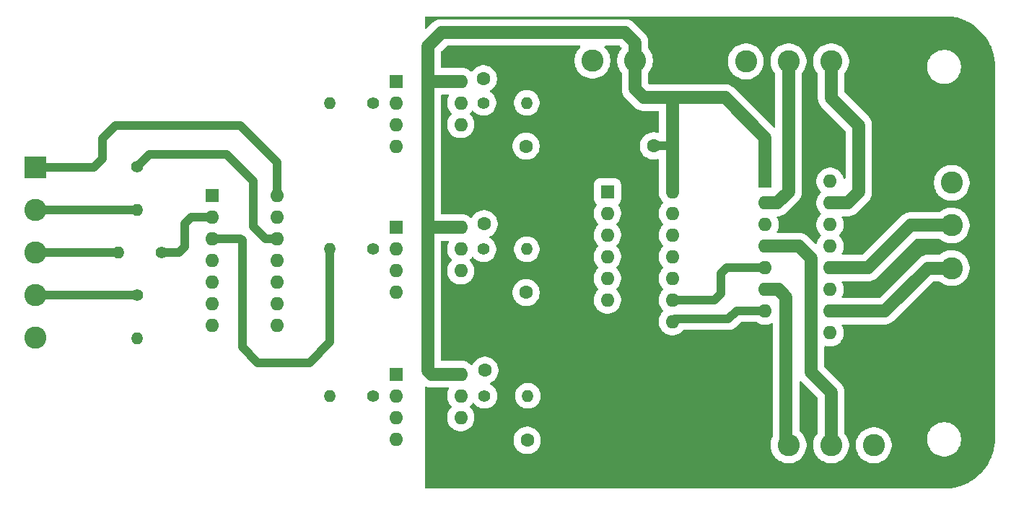
<source format=gbr>
%TF.GenerationSoftware,KiCad,Pcbnew,9.0.0*%
%TF.CreationDate,2025-03-02T18:11:32+05:30*%
%TF.ProjectId,PWM Interface Board to C2000 MCU,50574d20-496e-4746-9572-666163652042,rev?*%
%TF.SameCoordinates,Original*%
%TF.FileFunction,Copper,L2,Bot*%
%TF.FilePolarity,Positive*%
%FSLAX46Y46*%
G04 Gerber Fmt 4.6, Leading zero omitted, Abs format (unit mm)*
G04 Created by KiCad (PCBNEW 9.0.0) date 2025-03-02 18:11:32*
%MOMM*%
%LPD*%
G01*
G04 APERTURE LIST*
%TA.AperFunction,ComponentPad*%
%ADD10C,1.400000*%
%TD*%
%TA.AperFunction,ComponentPad*%
%ADD11O,1.400000X1.400000*%
%TD*%
%TA.AperFunction,ComponentPad*%
%ADD12C,1.600000*%
%TD*%
%TA.AperFunction,ComponentPad*%
%ADD13R,1.600000X1.600000*%
%TD*%
%TA.AperFunction,ComponentPad*%
%ADD14O,1.600000X1.600000*%
%TD*%
%TA.AperFunction,ComponentPad*%
%ADD15R,2.600000X2.600000*%
%TD*%
%TA.AperFunction,ComponentPad*%
%ADD16C,2.600000*%
%TD*%
%TA.AperFunction,Conductor*%
%ADD17C,1.000000*%
%TD*%
%TA.AperFunction,Conductor*%
%ADD18C,1.500000*%
%TD*%
G04 APERTURE END LIST*
D10*
%TO.P,R1O1,1*%
%TO.N,+5V*%
X74585000Y-28402500D03*
D11*
%TO.P,R1O1,2*%
%TO.N,Net-(LS1-Ain)*%
X79665000Y-28402500D03*
%TD*%
D12*
%TO.P,C2,1*%
%TO.N,Net-(LS1-Ein)*%
X79585000Y-50657500D03*
%TO.P,C2,2*%
%TO.N,GNDREF*%
X74585000Y-50657500D03*
%TD*%
D13*
%TO.P,Opt2,1,NC*%
%TO.N,unconnected-(Opt2-NC-Pad1)*%
X64305000Y-43037500D03*
D14*
%TO.P,Opt2,2,A*%
%TO.N,Net-(Opt2-A)*%
X64305000Y-45577500D03*
%TO.P,Opt2,3,C*%
%TO.N,GND*%
X64305000Y-48117500D03*
%TO.P,Opt2,4*%
%TO.N,N/C*%
X64305000Y-50657500D03*
%TO.P,Opt2,5,GND*%
%TO.N,GNDREF*%
X71925000Y-50657500D03*
%TO.P,Opt2,6,VO*%
%TO.N,Net-(LS1-Ein)*%
X71925000Y-48117500D03*
%TO.P,Opt2,7,EN*%
%TO.N,unconnected-(Opt2-EN-Pad7)*%
X71925000Y-45577500D03*
%TO.P,Opt2,8,VCC*%
%TO.N,+5V*%
X71925000Y-43037500D03*
%TD*%
D15*
%TO.P,J_PWR1,1,Pin_1*%
%TO.N,GNDREF*%
X97368356Y-23438279D03*
D16*
%TO.P,J_PWR1,2,Pin_2*%
%TO.N,+5V*%
X92368356Y-23438279D03*
%TO.P,J_PWR1,3,Pin_3*%
%TO.N,+15V*%
X87368356Y-23438279D03*
%TD*%
D12*
%TO.P,C1,1*%
%TO.N,Net-(LS1-Ain)*%
X79585000Y-33482500D03*
%TO.P,C1,2*%
%TO.N,GNDREF*%
X74585000Y-33482500D03*
%TD*%
D10*
%TO.P,R2Oi1,1*%
%TO.N,Net-(Opt2-A)*%
X61625000Y-45577500D03*
D11*
%TO.P,R2Oi1,2*%
%TO.N,Net-(R2Oi1-Pad2)*%
X56545000Y-45577500D03*
%TD*%
D15*
%TO.P,JB1,1,Pin_1*%
%TO.N,GNDREF*%
X129525000Y-52787500D03*
D16*
%TO.P,JB1,2,Pin_2*%
%TO.N,Net-(JB1-Pin_2)*%
X129525000Y-47787500D03*
%TO.P,JB1,3,Pin_3*%
%TO.N,Net-(JB1-Pin_3)*%
X129525000Y-42787500D03*
%TO.P,JB1,4,Pin_4*%
%TO.N,+15V*%
X129525000Y-37787500D03*
%TD*%
D12*
%TO.P,C6,1*%
%TO.N,+5V*%
X74750000Y-59787500D03*
%TO.P,C6,2*%
%TO.N,GNDREF*%
X79750000Y-59787500D03*
%TD*%
D13*
%TO.P,Opt1,1,NC*%
%TO.N,unconnected-(Opt1-NC-Pad1)*%
X64305000Y-25862500D03*
D14*
%TO.P,Opt1,2,A*%
%TO.N,Net-(Opt1-A)*%
X64305000Y-28402500D03*
%TO.P,Opt1,3,C*%
%TO.N,GND*%
X64305000Y-30942500D03*
%TO.P,Opt1,4*%
%TO.N,N/C*%
X64305000Y-33482500D03*
%TO.P,Opt1,5,GND*%
%TO.N,GNDREF*%
X71925000Y-33482500D03*
%TO.P,Opt1,6,VO*%
%TO.N,Net-(LS1-Ain)*%
X71925000Y-30942500D03*
%TO.P,Opt1,7,EN*%
%TO.N,unconnected-(Opt1-EN-Pad7)*%
X71925000Y-28402500D03*
%TO.P,Opt1,8,VCC*%
%TO.N,+5V*%
X71925000Y-25862500D03*
%TD*%
D10*
%TO.P,R1i1,1*%
%TO.N,Net-(R1i1-Pad1)*%
X33925000Y-35907500D03*
D11*
%TO.P,R1i1,2*%
%TO.N,Net-(J_IN1-Pin_2)*%
X33925000Y-40987500D03*
%TD*%
D10*
%TO.P,R3i1,1*%
%TO.N,Net-(J_IN1-Pin_4)*%
X33925000Y-50987500D03*
D11*
%TO.P,R3i1,2*%
%TO.N,Net-(R3i1-Pad2)*%
X33925000Y-56067500D03*
%TD*%
D10*
%TO.P,R2O1,1*%
%TO.N,+5V*%
X74585000Y-45577500D03*
D11*
%TO.P,R2O1,2*%
%TO.N,Net-(LS1-Ein)*%
X79665000Y-45577500D03*
%TD*%
D12*
%TO.P,C4,1*%
%TO.N,+5V*%
X74585000Y-25562500D03*
%TO.P,C4,2*%
%TO.N,GNDREF*%
X79585000Y-25562500D03*
%TD*%
%TO.P,C5,1*%
%TO.N,+5V*%
X74650000Y-42612500D03*
%TO.P,C5,2*%
%TO.N,GNDREF*%
X79650000Y-42612500D03*
%TD*%
D15*
%TO.P,JA1,1,Pin_1*%
%TO.N,GNDREF*%
X120375000Y-23542500D03*
D16*
%TO.P,JA1,2,Pin_2*%
%TO.N,Net-(JA1-Pin_2)*%
X115375000Y-23542500D03*
%TO.P,JA1,3,Pin_3*%
%TO.N,Net-(JA1-Pin_3)*%
X110375000Y-23542500D03*
%TO.P,JA1,4,Pin_4*%
%TO.N,+15V*%
X105375000Y-23542500D03*
%TD*%
D10*
%TO.P,R3O1,1*%
%TO.N,+5V*%
X74710000Y-62787500D03*
D11*
%TO.P,R3O1,2*%
%TO.N,Net-(LS1-Bin)*%
X79790000Y-62787500D03*
%TD*%
D10*
%TO.P,R1Oi1,1*%
%TO.N,Net-(Opt1-A)*%
X61625000Y-28402500D03*
D11*
%TO.P,R1Oi1,2*%
%TO.N,Net-(R1Oi1-Pad2)*%
X56545000Y-28402500D03*
%TD*%
D13*
%TO.P,LS1,1,VCC*%
%TO.N,+5V*%
X107625000Y-37612500D03*
D14*
%TO.P,LS1,2,Aout*%
%TO.N,Net-(JA1-Pin_3)*%
X107625000Y-40152500D03*
%TO.P,LS1,3,Ain*%
%TO.N,Net-(LS1-Ain)*%
X107625000Y-42692500D03*
%TO.P,LS1,4,Bout*%
%TO.N,Net-(JC1-Pin_3)*%
X107625000Y-45232500D03*
%TO.P,LS1,5,Bin*%
%TO.N,Net-(LS1-Bin)*%
X107625000Y-47772500D03*
%TO.P,LS1,6,Cout*%
%TO.N,Net-(JC1-Pin_2)*%
X107625000Y-50312500D03*
%TO.P,LS1,7,Cin*%
%TO.N,Net-(LS1-Cin)*%
X107625000Y-52852500D03*
%TO.P,LS1,8,VSS*%
%TO.N,GNDREF*%
X107625000Y-55392500D03*
%TO.P,LS1,9,Din*%
%TO.N,Net-(LS1-Din)*%
X115245000Y-55392500D03*
%TO.P,LS1,10,Dout*%
%TO.N,Net-(JB1-Pin_2)*%
X115245000Y-52852500D03*
%TO.P,LS1,11,Ein*%
%TO.N,Net-(LS1-Ein)*%
X115245000Y-50312500D03*
%TO.P,LS1,12,Eout*%
%TO.N,Net-(JB1-Pin_3)*%
X115245000Y-47772500D03*
%TO.P,LS1,13,Select*%
%TO.N,unconnected-(LS1-Select-Pad13)*%
X115245000Y-45232500D03*
%TO.P,LS1,14,Fin*%
%TO.N,Net-(LS1-Fin)*%
X115245000Y-42692500D03*
%TO.P,LS1,15,Fout*%
%TO.N,Net-(JA1-Pin_2)*%
X115245000Y-40152500D03*
%TO.P,LS1,16,VDD*%
%TO.N,+15V*%
X115245000Y-37612500D03*
%TD*%
D15*
%TO.P,JC1,1,Pin_1*%
%TO.N,GNDREF*%
X105375000Y-68587500D03*
D16*
%TO.P,JC1,2,Pin_2*%
%TO.N,Net-(JC1-Pin_2)*%
X110375000Y-68587500D03*
%TO.P,JC1,3,Pin_3*%
%TO.N,Net-(JC1-Pin_3)*%
X115375000Y-68587500D03*
%TO.P,JC1,4,Pin_4*%
%TO.N,+15V*%
X120375000Y-68587500D03*
%TD*%
D15*
%TO.P,J_IN1,1,Pin_1*%
%TO.N,+5P*%
X22020000Y-35987500D03*
D16*
%TO.P,J_IN1,2,Pin_2*%
%TO.N,Net-(J_IN1-Pin_2)*%
X22020000Y-40987500D03*
%TO.P,J_IN1,3,Pin_3*%
%TO.N,Net-(J_IN1-Pin_3)*%
X22020000Y-45987500D03*
%TO.P,J_IN1,4,Pin_4*%
%TO.N,Net-(J_IN1-Pin_4)*%
X22020000Y-50987500D03*
%TO.P,J_IN1,5,Pin_5*%
%TO.N,GND*%
X22020000Y-55987500D03*
%TD*%
D13*
%TO.P,Opt3,1,NC*%
%TO.N,unconnected-(Opt3-NC-Pad1)*%
X64305000Y-60247500D03*
D14*
%TO.P,Opt3,2,A*%
%TO.N,Net-(Opt3-A)*%
X64305000Y-62787500D03*
%TO.P,Opt3,3,C*%
%TO.N,GND*%
X64305000Y-65327500D03*
%TO.P,Opt3,4*%
%TO.N,N/C*%
X64305000Y-67867500D03*
%TO.P,Opt3,5,GND*%
%TO.N,GNDREF*%
X71925000Y-67867500D03*
%TO.P,Opt3,6,VO*%
%TO.N,Net-(LS1-Bin)*%
X71925000Y-65327500D03*
%TO.P,Opt3,7,EN*%
%TO.N,unconnected-(Opt3-EN-Pad7)*%
X71925000Y-62787500D03*
%TO.P,Opt3,8,VCC*%
%TO.N,+5V*%
X71925000Y-60247500D03*
%TD*%
D13*
%TO.P,UTB1,1*%
%TO.N,GND*%
X42725000Y-39262500D03*
D14*
%TO.P,UTB1,2*%
%TO.N,Net-(R2i1-Pad1)*%
X42725000Y-41802500D03*
%TO.P,UTB1,3*%
%TO.N,Net-(R2Oi1-Pad2)*%
X42725000Y-44342500D03*
%TO.P,UTB1,4*%
%TO.N,unconnected-(UTB1-Pad4)*%
X42725000Y-46882500D03*
%TO.P,UTB1,5*%
%TO.N,unconnected-(UTB1-Pad5)*%
X42725000Y-49422500D03*
%TO.P,UTB1,6*%
%TO.N,unconnected-(UTB1-Pad6)*%
X42725000Y-51962500D03*
%TO.P,UTB1,7,GND*%
%TO.N,GND*%
X42725000Y-54502500D03*
%TO.P,UTB1,8*%
%TO.N,Net-(R3Oi1-Pad2)*%
X50345000Y-54502500D03*
%TO.P,UTB1,9*%
%TO.N,Net-(R3i1-Pad2)*%
X50345000Y-51962500D03*
%TO.P,UTB1,10*%
%TO.N,GND*%
X50345000Y-49422500D03*
%TO.P,UTB1,11*%
%TO.N,Net-(R1Oi1-Pad2)*%
X50345000Y-46882500D03*
%TO.P,UTB1,12*%
%TO.N,Net-(R1i1-Pad1)*%
X50345000Y-44342500D03*
%TO.P,UTB1,13*%
%TO.N,GND*%
X50345000Y-41802500D03*
%TO.P,UTB1,14,VCC*%
%TO.N,+5P*%
X50345000Y-39262500D03*
%TD*%
D12*
%TO.P,C3,1*%
%TO.N,Net-(LS1-Bin)*%
X79710000Y-68012500D03*
%TO.P,C3,2*%
%TO.N,GNDREF*%
X74710000Y-68012500D03*
%TD*%
D13*
%TO.P,UNG1,1*%
%TO.N,unconnected-(UNG1-Pad1)*%
X89125000Y-38837500D03*
D14*
%TO.P,UNG1,2*%
%TO.N,unconnected-(UNG1-Pad2)*%
X89125000Y-41377500D03*
%TO.P,UNG1,3*%
%TO.N,unconnected-(UNG1-Pad3)*%
X89125000Y-43917500D03*
%TO.P,UNG1,4*%
%TO.N,unconnected-(UNG1-Pad4)*%
X89125000Y-46457500D03*
%TO.P,UNG1,5*%
%TO.N,unconnected-(UNG1-Pad5)*%
X89125000Y-48997500D03*
%TO.P,UNG1,6*%
%TO.N,unconnected-(UNG1-Pad6)*%
X89125000Y-51537500D03*
%TO.P,UNG1,7,GND*%
%TO.N,GNDREF*%
X89125000Y-54077500D03*
%TO.P,UNG1,8*%
%TO.N,Net-(LS1-Cin)*%
X96745000Y-54077500D03*
%TO.P,UNG1,9*%
%TO.N,Net-(LS1-Bin)*%
X96745000Y-51537500D03*
%TO.P,UNG1,10*%
%TO.N,Net-(LS1-Din)*%
X96745000Y-48997500D03*
%TO.P,UNG1,11*%
%TO.N,Net-(LS1-Ein)*%
X96745000Y-46457500D03*
%TO.P,UNG1,12*%
%TO.N,Net-(LS1-Fin)*%
X96745000Y-43917500D03*
%TO.P,UNG1,13*%
%TO.N,Net-(LS1-Ain)*%
X96745000Y-41377500D03*
%TO.P,UNG1,14,VCC*%
%TO.N,+5V*%
X96745000Y-38837500D03*
%TD*%
D10*
%TO.P,R3Oi1,1*%
%TO.N,Net-(Opt3-A)*%
X61625000Y-62787500D03*
D11*
%TO.P,R3Oi1,2*%
%TO.N,Net-(R3Oi1-Pad2)*%
X56545000Y-62787500D03*
%TD*%
D10*
%TO.P,R2i1,1*%
%TO.N,Net-(R2i1-Pad1)*%
X36815000Y-45987500D03*
D11*
%TO.P,R2i1,2*%
%TO.N,Net-(J_IN1-Pin_3)*%
X31735000Y-45987500D03*
%TD*%
D12*
%TO.P,C7,1*%
%TO.N,+5V*%
X94550000Y-33462500D03*
%TO.P,C7,2*%
%TO.N,GNDREF*%
X89550000Y-33462500D03*
%TD*%
D17*
%TO.N,+5P*%
X29900000Y-34962500D02*
X29900000Y-32612500D01*
X29900000Y-32612500D02*
X31425000Y-31087500D01*
X50345000Y-35357500D02*
X50345000Y-39262500D01*
X31425000Y-31087500D02*
X46075000Y-31087500D01*
X46075000Y-31087500D02*
X50345000Y-35357500D01*
X28875000Y-35987500D02*
X29900000Y-34962500D01*
X22020000Y-35987500D02*
X28875000Y-35987500D01*
%TO.N,Net-(LS1-Bin)*%
X102425000Y-50762500D02*
X102425000Y-48437500D01*
X103090000Y-47772500D02*
X107625000Y-47772500D01*
X96745000Y-51537500D02*
X101650000Y-51537500D01*
X101650000Y-51537500D02*
X102425000Y-50762500D01*
X102425000Y-48437500D02*
X103090000Y-47772500D01*
D18*
%TO.N,Net-(JA1-Pin_2)*%
X118600000Y-38887500D02*
X118600000Y-31037500D01*
X115245000Y-40152500D02*
X117335000Y-40152500D01*
X118600000Y-31037500D02*
X115375000Y-27812500D01*
X115375000Y-27812500D02*
X115375000Y-23542500D01*
X117335000Y-40152500D02*
X118600000Y-38887500D01*
%TO.N,Net-(JA1-Pin_3)*%
X109085000Y-40152500D02*
X110375000Y-38862500D01*
X110375000Y-38862500D02*
X110375000Y-23542500D01*
X107625000Y-40152500D02*
X109085000Y-40152500D01*
%TO.N,Net-(JB1-Pin_2)*%
X121635000Y-52852500D02*
X126700000Y-47787500D01*
X126700000Y-47787500D02*
X129525000Y-47787500D01*
X115245000Y-52852500D02*
X121635000Y-52852500D01*
%TO.N,Net-(JB1-Pin_3)*%
X115245000Y-47772500D02*
X119740000Y-47772500D01*
X124725000Y-42787500D02*
X129525000Y-42787500D01*
X119740000Y-47772500D02*
X124725000Y-42787500D01*
%TO.N,Net-(JC1-Pin_2)*%
X110100000Y-68312500D02*
X110375000Y-68587500D01*
X107625000Y-50312500D02*
X109225000Y-50312500D01*
X110100000Y-51187500D02*
X110100000Y-68312500D01*
X109225000Y-50312500D02*
X110100000Y-51187500D01*
%TO.N,Net-(JC1-Pin_3)*%
X113025000Y-46662500D02*
X113025000Y-60037500D01*
X107625000Y-45232500D02*
X111595000Y-45232500D01*
X113025000Y-60037500D02*
X115375000Y-62387500D01*
X115375000Y-62387500D02*
X115375000Y-68587500D01*
X111595000Y-45232500D02*
X113025000Y-46662500D01*
D17*
%TO.N,Net-(J_IN1-Pin_2)*%
X22020000Y-40987500D02*
X33925000Y-40987500D01*
D18*
%TO.N,+5V*%
X96745000Y-38837500D02*
X96745000Y-33587500D01*
X69650000Y-20137500D02*
X91200000Y-20137500D01*
D17*
X68275000Y-43037500D02*
X68050000Y-43262500D01*
D18*
X68050000Y-43262500D02*
X68050000Y-25912500D01*
X92368356Y-26780856D02*
X93375000Y-27787500D01*
D17*
X94550000Y-33462500D02*
X96620000Y-33462500D01*
D18*
X96745000Y-33587500D02*
X96745000Y-28182500D01*
X91200000Y-20137500D02*
X92368356Y-21305856D01*
X96745000Y-28182500D02*
X96350000Y-27787500D01*
D17*
X96620000Y-33462500D02*
X96745000Y-33587500D01*
D18*
X68050000Y-21737500D02*
X69650000Y-20137500D01*
X71925000Y-43037500D02*
X68275000Y-43037500D01*
X68050000Y-59837500D02*
X68050000Y-43262500D01*
X92368356Y-23438279D02*
X92368356Y-26780856D01*
X107625000Y-32487500D02*
X107625000Y-37612500D01*
X71925000Y-25862500D02*
X68100000Y-25862500D01*
D17*
X68100000Y-25862500D02*
X68050000Y-25912500D01*
D18*
X68460000Y-60247500D02*
X68050000Y-59837500D01*
X71925000Y-60247500D02*
X68460000Y-60247500D01*
X68050000Y-25912500D02*
X68050000Y-21737500D01*
X92368356Y-21305856D02*
X92368356Y-23438279D01*
X102925000Y-27787500D02*
X107625000Y-32487500D01*
X93375000Y-27787500D02*
X102925000Y-27787500D01*
D17*
%TO.N,Net-(J_IN1-Pin_3)*%
X22020000Y-45987500D02*
X31735000Y-45987500D01*
%TO.N,Net-(J_IN1-Pin_4)*%
X22020000Y-50987500D02*
X33925000Y-50987500D01*
%TO.N,Net-(LS1-Cin)*%
X104275000Y-52787500D02*
X107560000Y-52787500D01*
X103300000Y-53762500D02*
X104275000Y-52787500D01*
X107560000Y-52787500D02*
X107625000Y-52852500D01*
X97060000Y-53762500D02*
X103300000Y-53762500D01*
X96745000Y-54077500D02*
X97060000Y-53762500D01*
%TO.N,Net-(R1i1-Pad1)*%
X44450000Y-34462500D02*
X47600000Y-37612500D01*
X47600000Y-37612500D02*
X47600000Y-42937500D01*
X35370000Y-34462500D02*
X44450000Y-34462500D01*
X47600000Y-42937500D02*
X49005000Y-44342500D01*
X49005000Y-44342500D02*
X50345000Y-44342500D01*
X33925000Y-35907500D02*
X35370000Y-34462500D01*
%TO.N,Net-(R2i1-Pad1)*%
X38875000Y-45987500D02*
X39575000Y-45287500D01*
X36815000Y-45987500D02*
X38875000Y-45987500D01*
X39575000Y-45287500D02*
X39575000Y-42537500D01*
X40310000Y-41802500D02*
X42725000Y-41802500D01*
X39575000Y-42537500D02*
X40310000Y-41802500D01*
%TO.N,Net-(R2Oi1-Pad2)*%
X46275000Y-57062500D02*
X48100000Y-58887500D01*
X46055000Y-44342500D02*
X46275000Y-44562500D01*
X48100000Y-58887500D02*
X54150000Y-58887500D01*
X42725000Y-44342500D02*
X46055000Y-44342500D01*
X46275000Y-44562500D02*
X46275000Y-57062500D01*
X56545000Y-56492500D02*
X56545000Y-45577500D01*
X54150000Y-58887500D02*
X56545000Y-56492500D01*
%TD*%
%TA.AperFunction,Conductor*%
%TO.N,GNDREF*%
G36*
X129364930Y-18238358D02*
G01*
X129521824Y-18256927D01*
X129527581Y-18257748D01*
X129620464Y-18273248D01*
X129624177Y-18273927D01*
X129992054Y-18347103D01*
X129998191Y-18348489D01*
X130081292Y-18369533D01*
X130084499Y-18370391D01*
X130165480Y-18393229D01*
X130454195Y-18474655D01*
X130460740Y-18476699D01*
X130529007Y-18500136D01*
X130531467Y-18501011D01*
X130905210Y-18638893D01*
X130912079Y-18641665D01*
X130957997Y-18661807D01*
X130960080Y-18662743D01*
X131042190Y-18700596D01*
X131342013Y-18838816D01*
X131349109Y-18842367D01*
X131353247Y-18844606D01*
X131361196Y-18848907D01*
X131362586Y-18849673D01*
X131755483Y-19069707D01*
X131763767Y-19074782D01*
X132147367Y-19331096D01*
X132155243Y-19336819D01*
X132517539Y-19622429D01*
X132524937Y-19628747D01*
X132863715Y-19941911D01*
X132870588Y-19948784D01*
X133031818Y-20123201D01*
X133183747Y-20287556D01*
X133190070Y-20294960D01*
X133475680Y-20657256D01*
X133481403Y-20665132D01*
X133737704Y-21048714D01*
X133742791Y-21057016D01*
X133962789Y-21449850D01*
X133963656Y-21451425D01*
X133970128Y-21463385D01*
X133973682Y-21470485D01*
X134149746Y-21852398D01*
X134150691Y-21854501D01*
X134170833Y-21900419D01*
X134173614Y-21907311D01*
X134311461Y-22280960D01*
X134312407Y-22283617D01*
X134335786Y-22351719D01*
X134337849Y-22358323D01*
X134442107Y-22727999D01*
X134442967Y-22731215D01*
X134463995Y-22814247D01*
X134465407Y-22820498D01*
X134538564Y-23188288D01*
X134539256Y-23192068D01*
X134554747Y-23284895D01*
X134555577Y-23290723D01*
X134565857Y-23377573D01*
X134599018Y-23657750D01*
X134599453Y-23662083D01*
X134607603Y-23760432D01*
X134607931Y-23765805D01*
X134624404Y-24185056D01*
X134624500Y-24189924D01*
X134624500Y-67685075D01*
X134624404Y-67689943D01*
X134607931Y-68109193D01*
X134607603Y-68114566D01*
X134599453Y-68212915D01*
X134599018Y-68217248D01*
X134555579Y-68584266D01*
X134554747Y-68590103D01*
X134539256Y-68682930D01*
X134538564Y-68686710D01*
X134465407Y-69054500D01*
X134463995Y-69060751D01*
X134442967Y-69143783D01*
X134442107Y-69146999D01*
X134337849Y-69516675D01*
X134335786Y-69523279D01*
X134312407Y-69591381D01*
X134311461Y-69594038D01*
X134173614Y-69967687D01*
X134170833Y-69974579D01*
X134150691Y-70020497D01*
X134149746Y-70022600D01*
X133973682Y-70404513D01*
X133970128Y-70411613D01*
X133963656Y-70423573D01*
X133962790Y-70425148D01*
X133742792Y-70817983D01*
X133737704Y-70826285D01*
X133481403Y-71209867D01*
X133475680Y-71217743D01*
X133190070Y-71580039D01*
X133183747Y-71587443D01*
X132870594Y-71926209D01*
X132863709Y-71933094D01*
X132524943Y-72246247D01*
X132517539Y-72252570D01*
X132155243Y-72538180D01*
X132147367Y-72543903D01*
X131763785Y-72800204D01*
X131755483Y-72805292D01*
X131362648Y-73025290D01*
X131361073Y-73026156D01*
X131349113Y-73032628D01*
X131342013Y-73036182D01*
X130960100Y-73212246D01*
X130957997Y-73213191D01*
X130912079Y-73233333D01*
X130905187Y-73236114D01*
X130531538Y-73373961D01*
X130528881Y-73374907D01*
X130460779Y-73398286D01*
X130454175Y-73400349D01*
X130084499Y-73504607D01*
X130081283Y-73505467D01*
X129998251Y-73526495D01*
X129992000Y-73527907D01*
X129624210Y-73601064D01*
X129620430Y-73601756D01*
X129527603Y-73617247D01*
X129521766Y-73618079D01*
X129154748Y-73661518D01*
X129150415Y-73661953D01*
X129052066Y-73670103D01*
X129046693Y-73670431D01*
X128627443Y-73686904D01*
X128622575Y-73687000D01*
X67849000Y-73687000D01*
X67781961Y-73667315D01*
X67736206Y-73614511D01*
X67725000Y-73563000D01*
X67725000Y-67886538D01*
X78109500Y-67886538D01*
X78109500Y-68138461D01*
X78148910Y-68387285D01*
X78226760Y-68626883D01*
X78341132Y-68851348D01*
X78489201Y-69055149D01*
X78489205Y-69055154D01*
X78667345Y-69233294D01*
X78667350Y-69233298D01*
X78709790Y-69264132D01*
X78871155Y-69381370D01*
X79014184Y-69454247D01*
X79095616Y-69495739D01*
X79095618Y-69495739D01*
X79095621Y-69495741D01*
X79335215Y-69573590D01*
X79584038Y-69613000D01*
X79584039Y-69613000D01*
X79835961Y-69613000D01*
X79835962Y-69613000D01*
X80084785Y-69573590D01*
X80324379Y-69495741D01*
X80548845Y-69381370D01*
X80752656Y-69233293D01*
X80930793Y-69055156D01*
X81078870Y-68851345D01*
X81193241Y-68626879D01*
X81271090Y-68387285D01*
X81310500Y-68138462D01*
X81310500Y-67886538D01*
X81271090Y-67637715D01*
X81193241Y-67398121D01*
X81193239Y-67398118D01*
X81193239Y-67398116D01*
X81114239Y-67243071D01*
X81078870Y-67173655D01*
X81037175Y-67116266D01*
X80930798Y-66969850D01*
X80930794Y-66969845D01*
X80752654Y-66791705D01*
X80752649Y-66791701D01*
X80548848Y-66643632D01*
X80548847Y-66643631D01*
X80548845Y-66643630D01*
X80451841Y-66594204D01*
X80324383Y-66529260D01*
X80084785Y-66451410D01*
X79835962Y-66412000D01*
X79584038Y-66412000D01*
X79459626Y-66431705D01*
X79335214Y-66451410D01*
X79095616Y-66529260D01*
X78871151Y-66643632D01*
X78667350Y-66791701D01*
X78667345Y-66791705D01*
X78489205Y-66969845D01*
X78489201Y-66969850D01*
X78341132Y-67173651D01*
X78226760Y-67398116D01*
X78148910Y-67637714D01*
X78109500Y-67886538D01*
X67725000Y-67886538D01*
X67725000Y-61809646D01*
X67744685Y-61742607D01*
X67797489Y-61696852D01*
X67866647Y-61686908D01*
X67887310Y-61691713D01*
X68096924Y-61759821D01*
X68337973Y-61798000D01*
X70430543Y-61798000D01*
X70497582Y-61817685D01*
X70543337Y-61870489D01*
X70553281Y-61939647D01*
X70541028Y-61978295D01*
X70441760Y-62173116D01*
X70363910Y-62412714D01*
X70363910Y-62412715D01*
X70324500Y-62661538D01*
X70324500Y-62913462D01*
X70360201Y-63138868D01*
X70363910Y-63162285D01*
X70441760Y-63401883D01*
X70520413Y-63556247D01*
X70544829Y-63604166D01*
X70556132Y-63626348D01*
X70704201Y-63830149D01*
X70704205Y-63830154D01*
X70843870Y-63969819D01*
X70877355Y-64031142D01*
X70872371Y-64100834D01*
X70843870Y-64145181D01*
X70704205Y-64284845D01*
X70704201Y-64284850D01*
X70556132Y-64488651D01*
X70441760Y-64713116D01*
X70363910Y-64952714D01*
X70324500Y-65201538D01*
X70324500Y-65453461D01*
X70363910Y-65702285D01*
X70441760Y-65941883D01*
X70556132Y-66166348D01*
X70704201Y-66370149D01*
X70704205Y-66370154D01*
X70882345Y-66548294D01*
X70882350Y-66548298D01*
X71013564Y-66643630D01*
X71086155Y-66696370D01*
X71229184Y-66769247D01*
X71310616Y-66810739D01*
X71310618Y-66810739D01*
X71310621Y-66810741D01*
X71550215Y-66888590D01*
X71799038Y-66928000D01*
X71799039Y-66928000D01*
X72050961Y-66928000D01*
X72050962Y-66928000D01*
X72299785Y-66888590D01*
X72539379Y-66810741D01*
X72763845Y-66696370D01*
X72967656Y-66548293D01*
X73145793Y-66370156D01*
X73293870Y-66166345D01*
X73408241Y-65941879D01*
X73486090Y-65702285D01*
X73525500Y-65453462D01*
X73525500Y-65201538D01*
X73486090Y-64952715D01*
X73408241Y-64713121D01*
X73408239Y-64713118D01*
X73408239Y-64713116D01*
X73366747Y-64631684D01*
X73293870Y-64488655D01*
X73274952Y-64462617D01*
X73145798Y-64284850D01*
X73145794Y-64284845D01*
X73006130Y-64145181D01*
X72972645Y-64083858D01*
X72977629Y-64014166D01*
X73006130Y-63969819D01*
X73043935Y-63932014D01*
X73145793Y-63830156D01*
X73278987Y-63646829D01*
X73334314Y-63604166D01*
X73403927Y-63598187D01*
X73465723Y-63630792D01*
X73479618Y-63646828D01*
X73565483Y-63765010D01*
X73732490Y-63932017D01*
X73923567Y-64070843D01*
X73982428Y-64100834D01*
X74134003Y-64178066D01*
X74134005Y-64178066D01*
X74134008Y-64178068D01*
X74254412Y-64217189D01*
X74358631Y-64251053D01*
X74591903Y-64288000D01*
X74591908Y-64288000D01*
X74828097Y-64288000D01*
X75061368Y-64251053D01*
X75285992Y-64178068D01*
X75496433Y-64070843D01*
X75687510Y-63932017D01*
X75854517Y-63765010D01*
X75993343Y-63573933D01*
X76100568Y-63363492D01*
X76173553Y-63138868D01*
X76210500Y-62905597D01*
X76210500Y-62669402D01*
X78289500Y-62669402D01*
X78289500Y-62905597D01*
X78326446Y-63138868D01*
X78399433Y-63363496D01*
X78506657Y-63573933D01*
X78645483Y-63765010D01*
X78812490Y-63932017D01*
X79003567Y-64070843D01*
X79062428Y-64100834D01*
X79214003Y-64178066D01*
X79214005Y-64178066D01*
X79214008Y-64178068D01*
X79334412Y-64217189D01*
X79438631Y-64251053D01*
X79671903Y-64288000D01*
X79671908Y-64288000D01*
X79908097Y-64288000D01*
X80141368Y-64251053D01*
X80365992Y-64178068D01*
X80576433Y-64070843D01*
X80767510Y-63932017D01*
X80934517Y-63765010D01*
X81073343Y-63573933D01*
X81180568Y-63363492D01*
X81253553Y-63138868D01*
X81290500Y-62905597D01*
X81290500Y-62669402D01*
X81253553Y-62436131D01*
X81180566Y-62211503D01*
X81124002Y-62100491D01*
X81073343Y-62001067D01*
X80934517Y-61809990D01*
X80767510Y-61642983D01*
X80576433Y-61504157D01*
X80576425Y-61504153D01*
X80365996Y-61396933D01*
X80141368Y-61323946D01*
X79908097Y-61287000D01*
X79908092Y-61287000D01*
X79671908Y-61287000D01*
X79671903Y-61287000D01*
X79438631Y-61323946D01*
X79214003Y-61396933D01*
X79003566Y-61504157D01*
X78894550Y-61583362D01*
X78812490Y-61642983D01*
X78812488Y-61642985D01*
X78812487Y-61642985D01*
X78645485Y-61809987D01*
X78645485Y-61809988D01*
X78645483Y-61809990D01*
X78601528Y-61870489D01*
X78506657Y-62001066D01*
X78399433Y-62211503D01*
X78326446Y-62436131D01*
X78289500Y-62669402D01*
X76210500Y-62669402D01*
X76173553Y-62436131D01*
X76100566Y-62211503D01*
X76044002Y-62100491D01*
X75993343Y-62001067D01*
X75854517Y-61809990D01*
X75687510Y-61642983D01*
X75496433Y-61504157D01*
X75496425Y-61504153D01*
X75418192Y-61464291D01*
X75367396Y-61416316D01*
X75350601Y-61348495D01*
X75373139Y-61282360D01*
X75418191Y-61243322D01*
X75588845Y-61156370D01*
X75792656Y-61008293D01*
X75970793Y-60830156D01*
X76118870Y-60626345D01*
X76233241Y-60401879D01*
X76311090Y-60162285D01*
X76350500Y-59913462D01*
X76350500Y-59661538D01*
X76311090Y-59412715D01*
X76233241Y-59173121D01*
X76233239Y-59173118D01*
X76233239Y-59173116D01*
X76158636Y-59026701D01*
X76118870Y-58948655D01*
X76099952Y-58922617D01*
X75970798Y-58744850D01*
X75970794Y-58744845D01*
X75792654Y-58566705D01*
X75792649Y-58566701D01*
X75588848Y-58418632D01*
X75588847Y-58418631D01*
X75588845Y-58418630D01*
X75518747Y-58382913D01*
X75364383Y-58304260D01*
X75124785Y-58226410D01*
X74875962Y-58187000D01*
X74624038Y-58187000D01*
X74499626Y-58206705D01*
X74375214Y-58226410D01*
X74135616Y-58304260D01*
X73911151Y-58418632D01*
X73707350Y-58566701D01*
X73707345Y-58566705D01*
X73529205Y-58744845D01*
X73529201Y-58744850D01*
X73381132Y-58948651D01*
X73292703Y-59122202D01*
X73244728Y-59172998D01*
X73176907Y-59189793D01*
X73110772Y-59167255D01*
X73094537Y-59153588D01*
X72967654Y-59026705D01*
X72967649Y-59026701D01*
X72763848Y-58878632D01*
X72763847Y-58878631D01*
X72763845Y-58878630D01*
X72693747Y-58842913D01*
X72539383Y-58764260D01*
X72299785Y-58686410D01*
X72242362Y-58677315D01*
X72050962Y-58647000D01*
X71799038Y-58647000D01*
X71674626Y-58666705D01*
X71550214Y-58686410D01*
X71536300Y-58690931D01*
X71497982Y-58697000D01*
X69724500Y-58697000D01*
X69657461Y-58677315D01*
X69611706Y-58624511D01*
X69600500Y-58573000D01*
X69600500Y-50531538D01*
X77984500Y-50531538D01*
X77984500Y-50783461D01*
X78023910Y-51032285D01*
X78101760Y-51271883D01*
X78144580Y-51355921D01*
X78211368Y-51487000D01*
X78216132Y-51496348D01*
X78364201Y-51700149D01*
X78364205Y-51700154D01*
X78542345Y-51878294D01*
X78542350Y-51878298D01*
X78720117Y-52007452D01*
X78746155Y-52026370D01*
X78889184Y-52099247D01*
X78970616Y-52140739D01*
X78970618Y-52140739D01*
X78970621Y-52140741D01*
X79210215Y-52218590D01*
X79459038Y-52258000D01*
X79459039Y-52258000D01*
X79710961Y-52258000D01*
X79710962Y-52258000D01*
X79959785Y-52218590D01*
X80199379Y-52140741D01*
X80423845Y-52026370D01*
X80627656Y-51878293D01*
X80805793Y-51700156D01*
X80953870Y-51496345D01*
X81068241Y-51271879D01*
X81146090Y-51032285D01*
X81185500Y-50783462D01*
X81185500Y-50531538D01*
X81146090Y-50282715D01*
X81068241Y-50043121D01*
X81068239Y-50043118D01*
X81068239Y-50043116D01*
X81014534Y-49937715D01*
X80953870Y-49818655D01*
X80852107Y-49678590D01*
X80805798Y-49614850D01*
X80805794Y-49614845D01*
X80627654Y-49436705D01*
X80627649Y-49436701D01*
X80423848Y-49288632D01*
X80423847Y-49288631D01*
X80423845Y-49288630D01*
X80353747Y-49252913D01*
X80199383Y-49174260D01*
X79959785Y-49096410D01*
X79930092Y-49091707D01*
X79710962Y-49057000D01*
X79459038Y-49057000D01*
X79358019Y-49073000D01*
X79210214Y-49096410D01*
X78970616Y-49174260D01*
X78746151Y-49288632D01*
X78542350Y-49436701D01*
X78542345Y-49436705D01*
X78364205Y-49614845D01*
X78364201Y-49614850D01*
X78216132Y-49818651D01*
X78101760Y-50043116D01*
X78023910Y-50282714D01*
X77984500Y-50531538D01*
X69600500Y-50531538D01*
X69600500Y-44712000D01*
X69620185Y-44644961D01*
X69672989Y-44599206D01*
X69724500Y-44588000D01*
X70430543Y-44588000D01*
X70497582Y-44607685D01*
X70543337Y-44660489D01*
X70553281Y-44729647D01*
X70541028Y-44768295D01*
X70441760Y-44963116D01*
X70363910Y-45202714D01*
X70363910Y-45202715D01*
X70324500Y-45451538D01*
X70324500Y-45703462D01*
X70355562Y-45899577D01*
X70363910Y-45952285D01*
X70441760Y-46191883D01*
X70484202Y-46275179D01*
X70547584Y-46399573D01*
X70556132Y-46416348D01*
X70704201Y-46620149D01*
X70704205Y-46620154D01*
X70843870Y-46759819D01*
X70877355Y-46821142D01*
X70872371Y-46890834D01*
X70843870Y-46935181D01*
X70704205Y-47074845D01*
X70704201Y-47074850D01*
X70556132Y-47278651D01*
X70441760Y-47503116D01*
X70363910Y-47742714D01*
X70324500Y-47991537D01*
X70324500Y-48243461D01*
X70363910Y-48492285D01*
X70441760Y-48731883D01*
X70512919Y-48871538D01*
X70555526Y-48955160D01*
X70556132Y-48956348D01*
X70704201Y-49160149D01*
X70704205Y-49160154D01*
X70882345Y-49338294D01*
X70882350Y-49338298D01*
X71060117Y-49467452D01*
X71086155Y-49486370D01*
X71229184Y-49559247D01*
X71310616Y-49600739D01*
X71310618Y-49600739D01*
X71310621Y-49600741D01*
X71550215Y-49678590D01*
X71799038Y-49718000D01*
X71799039Y-49718000D01*
X72050961Y-49718000D01*
X72050962Y-49718000D01*
X72299785Y-49678590D01*
X72539379Y-49600741D01*
X72763845Y-49486370D01*
X72967656Y-49338293D01*
X73145793Y-49160156D01*
X73293870Y-48956345D01*
X73408241Y-48731879D01*
X73486090Y-48492285D01*
X73525500Y-48243462D01*
X73525500Y-47991538D01*
X73486090Y-47742715D01*
X73408241Y-47503121D01*
X73408239Y-47503118D01*
X73408239Y-47503116D01*
X73354534Y-47397715D01*
X73293870Y-47278655D01*
X73171966Y-47110868D01*
X73145798Y-47074850D01*
X73145794Y-47074845D01*
X73006130Y-46935181D01*
X72972645Y-46873858D01*
X72977629Y-46804166D01*
X73006130Y-46759819D01*
X73043935Y-46722014D01*
X73145793Y-46620156D01*
X73216485Y-46522855D01*
X73271814Y-46480190D01*
X73341427Y-46474211D01*
X73403222Y-46506816D01*
X73417120Y-46522854D01*
X73440483Y-46555010D01*
X73607490Y-46722017D01*
X73798567Y-46860843D01*
X73857428Y-46890834D01*
X74009003Y-46968066D01*
X74009005Y-46968066D01*
X74009008Y-46968068D01*
X74129412Y-47007189D01*
X74233631Y-47041053D01*
X74466903Y-47078000D01*
X74466908Y-47078000D01*
X74703097Y-47078000D01*
X74936368Y-47041053D01*
X75160992Y-46968068D01*
X75371433Y-46860843D01*
X75562510Y-46722017D01*
X75729517Y-46555010D01*
X75868343Y-46363933D01*
X75975568Y-46153492D01*
X76048553Y-45928868D01*
X76062135Y-45843116D01*
X76085500Y-45695597D01*
X76085500Y-45459402D01*
X78164500Y-45459402D01*
X78164500Y-45695597D01*
X78201446Y-45928868D01*
X78274433Y-46153496D01*
X78365151Y-46331538D01*
X78381657Y-46363933D01*
X78520483Y-46555010D01*
X78687490Y-46722017D01*
X78878567Y-46860843D01*
X78937428Y-46890834D01*
X79089003Y-46968066D01*
X79089005Y-46968066D01*
X79089008Y-46968068D01*
X79209412Y-47007189D01*
X79313631Y-47041053D01*
X79546903Y-47078000D01*
X79546908Y-47078000D01*
X79783097Y-47078000D01*
X80016368Y-47041053D01*
X80240992Y-46968068D01*
X80451433Y-46860843D01*
X80642510Y-46722017D01*
X80809517Y-46555010D01*
X80948343Y-46363933D01*
X81055568Y-46153492D01*
X81128553Y-45928868D01*
X81142135Y-45843116D01*
X81165500Y-45695597D01*
X81165500Y-45459402D01*
X81128553Y-45226131D01*
X81087511Y-45099819D01*
X81055568Y-45001508D01*
X81055566Y-45001505D01*
X81055566Y-45001503D01*
X80948342Y-44791066D01*
X80940880Y-44780795D01*
X80809517Y-44599990D01*
X80642510Y-44432983D01*
X80451433Y-44294157D01*
X80420035Y-44278159D01*
X80240996Y-44186933D01*
X80016368Y-44113946D01*
X79783097Y-44077000D01*
X79783092Y-44077000D01*
X79546908Y-44077000D01*
X79546903Y-44077000D01*
X79313631Y-44113946D01*
X79089003Y-44186933D01*
X78878566Y-44294157D01*
X78791128Y-44357685D01*
X78687490Y-44432983D01*
X78687488Y-44432985D01*
X78687487Y-44432985D01*
X78520485Y-44599987D01*
X78520485Y-44599988D01*
X78520483Y-44599990D01*
X78487810Y-44644961D01*
X78381657Y-44791066D01*
X78274433Y-45001503D01*
X78201446Y-45226131D01*
X78164500Y-45459402D01*
X76085500Y-45459402D01*
X76048553Y-45226131D01*
X76007511Y-45099819D01*
X75975568Y-45001508D01*
X75975566Y-45001505D01*
X75975566Y-45001503D01*
X75868342Y-44791066D01*
X75860880Y-44780795D01*
X75729517Y-44599990D01*
X75562510Y-44432983D01*
X75371433Y-44294157D01*
X75371432Y-44294156D01*
X75371430Y-44294155D01*
X75340037Y-44278159D01*
X75289241Y-44230184D01*
X75272447Y-44162363D01*
X75294985Y-44096228D01*
X75340038Y-44057190D01*
X75488845Y-43981370D01*
X75692656Y-43833293D01*
X75870793Y-43655156D01*
X76018870Y-43451345D01*
X76133241Y-43226879D01*
X76211090Y-42987285D01*
X76250500Y-42738462D01*
X76250500Y-42486538D01*
X76211090Y-42237715D01*
X76133241Y-41998121D01*
X76133239Y-41998118D01*
X76133239Y-41998116D01*
X76091747Y-41916684D01*
X76018870Y-41773655D01*
X75928917Y-41649845D01*
X75870798Y-41569850D01*
X75870794Y-41569845D01*
X75692654Y-41391705D01*
X75692649Y-41391701D01*
X75488848Y-41243632D01*
X75488847Y-41243631D01*
X75488845Y-41243630D01*
X75412774Y-41204870D01*
X75264383Y-41129260D01*
X75024785Y-41051410D01*
X74935389Y-41037251D01*
X74775962Y-41012000D01*
X74524038Y-41012000D01*
X74399626Y-41031705D01*
X74275214Y-41051410D01*
X74035616Y-41129260D01*
X73811151Y-41243632D01*
X73607350Y-41391701D01*
X73607345Y-41391705D01*
X73429205Y-41569845D01*
X73429201Y-41569850D01*
X73281132Y-41773651D01*
X73238271Y-41857770D01*
X73190296Y-41908566D01*
X73122475Y-41925361D01*
X73056340Y-41902823D01*
X73040105Y-41889156D01*
X72967654Y-41816705D01*
X72967649Y-41816701D01*
X72763848Y-41668632D01*
X72763847Y-41668631D01*
X72763845Y-41668630D01*
X72693747Y-41632913D01*
X72539383Y-41554260D01*
X72299785Y-41476410D01*
X72204978Y-41461394D01*
X72050962Y-41437000D01*
X71799038Y-41437000D01*
X71674626Y-41456705D01*
X71550214Y-41476410D01*
X71536300Y-41480931D01*
X71497982Y-41487000D01*
X69724500Y-41487000D01*
X69657461Y-41467315D01*
X69611706Y-41414511D01*
X69600500Y-41363000D01*
X69600500Y-37992539D01*
X87524500Y-37992539D01*
X87524500Y-39682460D01*
X87539630Y-39816749D01*
X87539631Y-39816754D01*
X87599211Y-39987023D01*
X87695184Y-40139762D01*
X87823453Y-40268031D01*
X87856938Y-40329354D01*
X87851954Y-40399046D01*
X87836091Y-40428597D01*
X87756129Y-40538655D01*
X87641760Y-40763116D01*
X87563910Y-41002714D01*
X87524500Y-41251538D01*
X87524500Y-41503461D01*
X87563910Y-41752285D01*
X87641760Y-41991883D01*
X87756132Y-42216348D01*
X87904201Y-42420149D01*
X87904205Y-42420154D01*
X88043870Y-42559819D01*
X88077355Y-42621142D01*
X88072371Y-42690834D01*
X88043870Y-42735181D01*
X87904205Y-42874845D01*
X87904201Y-42874850D01*
X87756132Y-43078651D01*
X87641760Y-43303116D01*
X87589443Y-43464132D01*
X87563910Y-43542715D01*
X87524500Y-43791538D01*
X87524500Y-44043462D01*
X87535664Y-44113946D01*
X87563910Y-44292285D01*
X87641760Y-44531883D01*
X87756132Y-44756348D01*
X87904201Y-44960149D01*
X87904205Y-44960154D01*
X88043870Y-45099819D01*
X88077355Y-45161142D01*
X88072371Y-45230834D01*
X88043870Y-45275181D01*
X87904205Y-45414845D01*
X87904201Y-45414850D01*
X87756132Y-45618651D01*
X87641760Y-45843116D01*
X87623415Y-45899577D01*
X87563910Y-46082715D01*
X87524500Y-46331538D01*
X87524500Y-46583462D01*
X87530312Y-46620156D01*
X87563910Y-46832285D01*
X87641760Y-47071883D01*
X87685701Y-47158121D01*
X87747114Y-47278651D01*
X87756132Y-47296348D01*
X87904201Y-47500149D01*
X87904205Y-47500154D01*
X88043870Y-47639819D01*
X88077355Y-47701142D01*
X88072371Y-47770834D01*
X88043870Y-47815181D01*
X87904205Y-47954845D01*
X87904201Y-47954850D01*
X87756132Y-48158651D01*
X87641760Y-48383116D01*
X87563910Y-48622714D01*
X87546620Y-48731879D01*
X87524500Y-48871538D01*
X87524500Y-49123462D01*
X87536147Y-49197000D01*
X87563910Y-49372285D01*
X87641760Y-49611883D01*
X87685701Y-49698121D01*
X87747114Y-49818651D01*
X87756132Y-49836348D01*
X87904201Y-50040149D01*
X87904205Y-50040154D01*
X88043870Y-50179819D01*
X88077355Y-50241142D01*
X88072371Y-50310834D01*
X88043870Y-50355181D01*
X87904205Y-50494845D01*
X87904201Y-50494850D01*
X87756132Y-50698651D01*
X87641760Y-50923116D01*
X87594998Y-51067035D01*
X87563910Y-51162715D01*
X87524500Y-51411538D01*
X87524500Y-51663462D01*
X87530312Y-51700156D01*
X87563910Y-51912285D01*
X87641760Y-52151883D01*
X87756132Y-52376348D01*
X87904201Y-52580149D01*
X87904205Y-52580154D01*
X88082345Y-52758294D01*
X88082350Y-52758298D01*
X88260117Y-52887452D01*
X88286155Y-52906370D01*
X88429184Y-52979247D01*
X88510616Y-53020739D01*
X88510618Y-53020739D01*
X88510621Y-53020741D01*
X88750215Y-53098590D01*
X88999038Y-53138000D01*
X88999039Y-53138000D01*
X89250961Y-53138000D01*
X89250962Y-53138000D01*
X89499785Y-53098590D01*
X89739379Y-53020741D01*
X89963845Y-52906370D01*
X90167656Y-52758293D01*
X90345793Y-52580156D01*
X90493870Y-52376345D01*
X90608241Y-52151879D01*
X90686090Y-51912285D01*
X90725500Y-51663462D01*
X90725500Y-51411538D01*
X90686090Y-51162715D01*
X90608241Y-50923121D01*
X90608239Y-50923118D01*
X90608239Y-50923116D01*
X90537081Y-50783462D01*
X90493870Y-50698655D01*
X90372453Y-50531538D01*
X90345798Y-50494850D01*
X90345794Y-50494845D01*
X90206130Y-50355181D01*
X90172645Y-50293858D01*
X90177629Y-50224166D01*
X90206130Y-50179819D01*
X90272949Y-50113000D01*
X90345793Y-50040156D01*
X90493870Y-49836345D01*
X90608241Y-49611879D01*
X90686090Y-49372285D01*
X90725500Y-49123462D01*
X90725500Y-48871538D01*
X90686090Y-48622715D01*
X90608241Y-48383121D01*
X90608239Y-48383118D01*
X90608239Y-48383116D01*
X90537081Y-48243462D01*
X90493870Y-48158655D01*
X90372452Y-47991537D01*
X90345798Y-47954850D01*
X90345794Y-47954845D01*
X90206130Y-47815181D01*
X90172645Y-47753858D01*
X90177629Y-47684166D01*
X90206130Y-47639819D01*
X90255671Y-47590278D01*
X90345793Y-47500156D01*
X90493870Y-47296345D01*
X90608241Y-47071879D01*
X90686090Y-46832285D01*
X90725500Y-46583462D01*
X90725500Y-46331538D01*
X90686090Y-46082715D01*
X90608241Y-45843121D01*
X90608239Y-45843118D01*
X90608239Y-45843116D01*
X90537081Y-45703462D01*
X90493870Y-45618655D01*
X90378171Y-45459408D01*
X90345798Y-45414850D01*
X90345794Y-45414845D01*
X90206130Y-45275181D01*
X90172645Y-45213858D01*
X90177629Y-45144166D01*
X90206130Y-45099819D01*
X90214325Y-45091624D01*
X90345793Y-44960156D01*
X90493870Y-44756345D01*
X90608241Y-44531879D01*
X90686090Y-44292285D01*
X90725500Y-44043462D01*
X90725500Y-43791538D01*
X90686090Y-43542715D01*
X90608241Y-43303121D01*
X90608239Y-43303118D01*
X90608239Y-43303116D01*
X90554758Y-43198155D01*
X90493870Y-43078655D01*
X90427486Y-42987285D01*
X90345798Y-42874850D01*
X90345794Y-42874845D01*
X90206130Y-42735181D01*
X90172645Y-42673858D01*
X90177629Y-42604166D01*
X90206130Y-42559819D01*
X90345793Y-42420156D01*
X90493870Y-42216345D01*
X90608241Y-41991879D01*
X90686090Y-41752285D01*
X90725500Y-41503462D01*
X90725500Y-41251538D01*
X90686090Y-41002715D01*
X90608241Y-40763121D01*
X90608239Y-40763118D01*
X90608239Y-40763116D01*
X90566747Y-40681684D01*
X90493870Y-40538655D01*
X90483408Y-40524256D01*
X90413909Y-40428597D01*
X90390429Y-40362791D01*
X90406255Y-40294737D01*
X90426546Y-40268030D01*
X90427256Y-40267319D01*
X90427262Y-40267316D01*
X90554816Y-40139762D01*
X90650789Y-39987022D01*
X90710368Y-39816755D01*
X90725500Y-39682454D01*
X90725500Y-37992546D01*
X90710368Y-37858245D01*
X90650789Y-37687978D01*
X90626816Y-37649826D01*
X90554815Y-37535237D01*
X90427262Y-37407684D01*
X90274523Y-37311711D01*
X90104254Y-37252131D01*
X90104249Y-37252130D01*
X89969960Y-37237000D01*
X89969954Y-37237000D01*
X88280046Y-37237000D01*
X88280039Y-37237000D01*
X88145750Y-37252130D01*
X88145745Y-37252131D01*
X87975476Y-37311711D01*
X87822737Y-37407684D01*
X87695184Y-37535237D01*
X87599211Y-37687976D01*
X87539631Y-37858245D01*
X87539630Y-37858250D01*
X87524500Y-37992539D01*
X69600500Y-37992539D01*
X69600500Y-33356538D01*
X77984500Y-33356538D01*
X77984500Y-33608461D01*
X78023910Y-33857285D01*
X78101760Y-34096883D01*
X78216132Y-34321348D01*
X78364201Y-34525149D01*
X78364205Y-34525154D01*
X78542345Y-34703294D01*
X78542350Y-34703298D01*
X78718623Y-34831367D01*
X78746155Y-34851370D01*
X78889184Y-34924247D01*
X78970616Y-34965739D01*
X78970618Y-34965739D01*
X78970621Y-34965741D01*
X79210215Y-35043590D01*
X79459038Y-35083000D01*
X79459039Y-35083000D01*
X79710961Y-35083000D01*
X79710962Y-35083000D01*
X79959785Y-35043590D01*
X80199379Y-34965741D01*
X80423845Y-34851370D01*
X80627656Y-34703293D01*
X80805793Y-34525156D01*
X80953870Y-34321345D01*
X81068241Y-34096879D01*
X81146090Y-33857285D01*
X81185500Y-33608462D01*
X81185500Y-33356538D01*
X81146090Y-33107715D01*
X81068241Y-32868121D01*
X81068239Y-32868118D01*
X81068239Y-32868116D01*
X81026747Y-32786684D01*
X80953870Y-32643655D01*
X80852107Y-32503590D01*
X80805798Y-32439850D01*
X80805794Y-32439845D01*
X80627654Y-32261705D01*
X80627649Y-32261701D01*
X80423848Y-32113632D01*
X80423847Y-32113631D01*
X80423845Y-32113630D01*
X80353747Y-32077913D01*
X80199383Y-31999260D01*
X79959785Y-31921410D01*
X79833517Y-31901411D01*
X79710962Y-31882000D01*
X79459038Y-31882000D01*
X79437496Y-31885412D01*
X79210214Y-31921410D01*
X78970616Y-31999260D01*
X78746151Y-32113632D01*
X78542350Y-32261701D01*
X78542345Y-32261705D01*
X78364205Y-32439845D01*
X78364201Y-32439850D01*
X78216132Y-32643651D01*
X78101760Y-32868116D01*
X78023910Y-33107714D01*
X77984500Y-33356538D01*
X69600500Y-33356538D01*
X69600500Y-27537000D01*
X69620185Y-27469961D01*
X69672989Y-27424206D01*
X69724500Y-27413000D01*
X70430543Y-27413000D01*
X70497582Y-27432685D01*
X70543337Y-27485489D01*
X70553281Y-27554647D01*
X70541028Y-27593293D01*
X70537224Y-27600761D01*
X70441760Y-27788116D01*
X70363910Y-28027714D01*
X70324500Y-28276538D01*
X70324500Y-28528461D01*
X70363910Y-28777285D01*
X70441760Y-29016883D01*
X70556132Y-29241348D01*
X70704201Y-29445149D01*
X70704205Y-29445154D01*
X70843870Y-29584819D01*
X70877355Y-29646142D01*
X70872371Y-29715834D01*
X70843870Y-29760181D01*
X70704205Y-29899845D01*
X70704201Y-29899850D01*
X70556132Y-30103651D01*
X70441760Y-30328116D01*
X70363910Y-30567714D01*
X70324500Y-30816538D01*
X70324500Y-31068461D01*
X70363910Y-31317285D01*
X70441760Y-31556883D01*
X70556132Y-31781348D01*
X70704201Y-31985149D01*
X70704205Y-31985154D01*
X70882345Y-32163294D01*
X70882350Y-32163298D01*
X71060117Y-32292452D01*
X71086155Y-32311370D01*
X71229184Y-32384247D01*
X71310616Y-32425739D01*
X71310618Y-32425739D01*
X71310621Y-32425741D01*
X71550215Y-32503590D01*
X71799038Y-32543000D01*
X71799039Y-32543000D01*
X72050961Y-32543000D01*
X72050962Y-32543000D01*
X72299785Y-32503590D01*
X72539379Y-32425741D01*
X72763845Y-32311370D01*
X72967656Y-32163293D01*
X73145793Y-31985156D01*
X73293870Y-31781345D01*
X73408241Y-31556879D01*
X73486090Y-31317285D01*
X73525500Y-31068462D01*
X73525500Y-30816538D01*
X73486090Y-30567715D01*
X73408241Y-30328121D01*
X73408239Y-30328118D01*
X73408239Y-30328116D01*
X73355625Y-30224857D01*
X73293870Y-30103655D01*
X73274952Y-30077617D01*
X73145798Y-29899850D01*
X73145794Y-29899845D01*
X73006130Y-29760181D01*
X72972645Y-29698858D01*
X72977629Y-29629166D01*
X73006130Y-29584819D01*
X73043935Y-29547014D01*
X73145793Y-29445156D01*
X73216485Y-29347855D01*
X73271814Y-29305190D01*
X73341427Y-29299211D01*
X73403222Y-29331816D01*
X73417120Y-29347854D01*
X73440483Y-29380010D01*
X73607490Y-29547017D01*
X73798567Y-29685843D01*
X73857428Y-29715834D01*
X74009003Y-29793066D01*
X74009005Y-29793066D01*
X74009008Y-29793068D01*
X74129412Y-29832189D01*
X74233631Y-29866053D01*
X74466903Y-29903000D01*
X74466908Y-29903000D01*
X74703097Y-29903000D01*
X74936368Y-29866053D01*
X75160992Y-29793068D01*
X75371433Y-29685843D01*
X75562510Y-29547017D01*
X75729517Y-29380010D01*
X75868343Y-29188933D01*
X75975568Y-28978492D01*
X76048553Y-28753868D01*
X76084254Y-28528461D01*
X76085500Y-28520597D01*
X76085500Y-28284402D01*
X78164500Y-28284402D01*
X78164500Y-28520597D01*
X78201446Y-28753868D01*
X78274433Y-28978496D01*
X78343274Y-29113603D01*
X78381657Y-29188933D01*
X78520483Y-29380010D01*
X78687490Y-29547017D01*
X78878567Y-29685843D01*
X78937428Y-29715834D01*
X79089003Y-29793066D01*
X79089005Y-29793066D01*
X79089008Y-29793068D01*
X79209412Y-29832189D01*
X79313631Y-29866053D01*
X79546903Y-29903000D01*
X79546908Y-29903000D01*
X79783097Y-29903000D01*
X80016368Y-29866053D01*
X80240992Y-29793068D01*
X80451433Y-29685843D01*
X80642510Y-29547017D01*
X80809517Y-29380010D01*
X80948343Y-29188933D01*
X81055568Y-28978492D01*
X81128553Y-28753868D01*
X81164254Y-28528461D01*
X81165500Y-28520597D01*
X81165500Y-28284402D01*
X81128553Y-28051131D01*
X81055566Y-27826503D01*
X80948342Y-27616066D01*
X80809517Y-27424990D01*
X80642510Y-27257983D01*
X80451433Y-27119157D01*
X80442360Y-27114534D01*
X80240996Y-27011933D01*
X80016368Y-26938946D01*
X79783097Y-26902000D01*
X79783092Y-26902000D01*
X79546908Y-26902000D01*
X79546903Y-26902000D01*
X79313631Y-26938946D01*
X79089003Y-27011933D01*
X78878566Y-27119157D01*
X78769550Y-27198362D01*
X78687490Y-27257983D01*
X78687488Y-27257985D01*
X78687487Y-27257985D01*
X78520485Y-27424987D01*
X78520485Y-27424988D01*
X78520483Y-27424990D01*
X78487810Y-27469961D01*
X78381657Y-27616066D01*
X78274433Y-27826503D01*
X78201446Y-28051131D01*
X78164500Y-28284402D01*
X76085500Y-28284402D01*
X76048553Y-28051131D01*
X75975566Y-27826503D01*
X75868342Y-27616066D01*
X75729517Y-27424990D01*
X75562510Y-27257983D01*
X75404817Y-27143412D01*
X75362153Y-27088083D01*
X75356174Y-27018469D01*
X75388780Y-26956674D01*
X75421418Y-26932606D01*
X75423845Y-26931370D01*
X75459929Y-26905154D01*
X75627649Y-26783298D01*
X75627647Y-26783298D01*
X75627656Y-26783293D01*
X75805793Y-26605156D01*
X75953870Y-26401345D01*
X76068241Y-26176879D01*
X76146090Y-25937285D01*
X76185500Y-25688462D01*
X76185500Y-25436538D01*
X76146090Y-25187715D01*
X76068241Y-24948121D01*
X76068239Y-24948118D01*
X76068239Y-24948116D01*
X76014411Y-24842473D01*
X75953870Y-24723655D01*
X75934952Y-24697617D01*
X75805798Y-24519850D01*
X75805794Y-24519845D01*
X75627654Y-24341705D01*
X75627649Y-24341701D01*
X75423848Y-24193632D01*
X75423847Y-24193631D01*
X75423845Y-24193630D01*
X75353747Y-24157913D01*
X75199383Y-24079260D01*
X74959785Y-24001410D01*
X74710962Y-23962000D01*
X74459038Y-23962000D01*
X74334626Y-23981705D01*
X74210214Y-24001410D01*
X73970616Y-24079260D01*
X73746151Y-24193632D01*
X73542350Y-24341701D01*
X73542345Y-24341705D01*
X73364205Y-24519845D01*
X73231391Y-24702648D01*
X73176061Y-24745313D01*
X73106447Y-24751292D01*
X73044652Y-24718686D01*
X73043392Y-24717443D01*
X72967654Y-24641705D01*
X72967649Y-24641701D01*
X72763848Y-24493632D01*
X72763847Y-24493631D01*
X72763845Y-24493630D01*
X72693747Y-24457913D01*
X72539383Y-24379260D01*
X72299785Y-24301410D01*
X72242362Y-24292315D01*
X72050962Y-24262000D01*
X71799038Y-24262000D01*
X71674626Y-24281705D01*
X71550214Y-24301410D01*
X71536300Y-24305931D01*
X71497982Y-24312000D01*
X69724500Y-24312000D01*
X69657461Y-24292315D01*
X69611706Y-24239511D01*
X69600500Y-24188000D01*
X69600500Y-22431100D01*
X69620185Y-22364061D01*
X69636819Y-22343419D01*
X70255919Y-21724319D01*
X70317242Y-21690834D01*
X70343600Y-21688000D01*
X85848716Y-21688000D01*
X85915755Y-21707685D01*
X85961510Y-21760489D01*
X85971454Y-21829647D01*
X85942429Y-21893203D01*
X85936397Y-21899681D01*
X85785732Y-22050345D01*
X85785726Y-22050352D01*
X85618110Y-22268795D01*
X85480436Y-22507250D01*
X85480431Y-22507261D01*
X85375060Y-22761648D01*
X85303797Y-23027610D01*
X85303794Y-23027623D01*
X85267857Y-23300594D01*
X85267856Y-23300611D01*
X85267856Y-23575946D01*
X85267857Y-23575963D01*
X85303794Y-23848934D01*
X85303795Y-23848939D01*
X85303796Y-23848945D01*
X85303797Y-23848947D01*
X85375060Y-24114909D01*
X85480431Y-24369296D01*
X85480436Y-24369307D01*
X85540603Y-24473517D01*
X85618107Y-24607758D01*
X85618109Y-24607761D01*
X85618110Y-24607762D01*
X85785726Y-24826205D01*
X85785732Y-24826212D01*
X85980422Y-25020902D01*
X85980428Y-25020907D01*
X86198877Y-25188528D01*
X86352134Y-25277011D01*
X86437327Y-25326198D01*
X86437332Y-25326200D01*
X86437335Y-25326202D01*
X86691724Y-25431574D01*
X86957690Y-25502839D01*
X87230682Y-25538779D01*
X87230689Y-25538779D01*
X87506023Y-25538779D01*
X87506030Y-25538779D01*
X87779022Y-25502839D01*
X88044988Y-25431574D01*
X88299377Y-25326202D01*
X88537835Y-25188528D01*
X88756284Y-25020907D01*
X88950984Y-24826207D01*
X89118605Y-24607758D01*
X89256279Y-24369300D01*
X89361651Y-24114911D01*
X89432916Y-23848945D01*
X89468856Y-23575953D01*
X89468856Y-23300605D01*
X89432916Y-23027613D01*
X89361651Y-22761647D01*
X89256279Y-22507258D01*
X89256277Y-22507255D01*
X89256275Y-22507250D01*
X89155990Y-22333553D01*
X89118605Y-22268800D01*
X88950984Y-22050351D01*
X88950979Y-22050345D01*
X88800315Y-21899681D01*
X88766830Y-21838358D01*
X88771814Y-21768666D01*
X88813686Y-21712733D01*
X88879150Y-21688316D01*
X88887996Y-21688000D01*
X90506400Y-21688000D01*
X90535840Y-21696644D01*
X90565827Y-21703168D01*
X90570842Y-21706922D01*
X90573439Y-21707685D01*
X90594081Y-21724319D01*
X90767179Y-21897417D01*
X90800664Y-21958740D01*
X90795680Y-22028432D01*
X90777874Y-22060584D01*
X90618110Y-22268795D01*
X90480436Y-22507250D01*
X90480431Y-22507261D01*
X90375060Y-22761648D01*
X90303797Y-23027610D01*
X90303794Y-23027623D01*
X90267857Y-23300594D01*
X90267856Y-23300611D01*
X90267856Y-23575946D01*
X90267857Y-23575963D01*
X90303794Y-23848934D01*
X90303795Y-23848939D01*
X90303796Y-23848945D01*
X90303797Y-23848947D01*
X90375060Y-24114909D01*
X90480431Y-24369296D01*
X90480436Y-24369307D01*
X90540603Y-24473517D01*
X90618107Y-24607758D01*
X90618109Y-24607761D01*
X90618110Y-24607762D01*
X90785729Y-24826210D01*
X90787077Y-24827746D01*
X90787334Y-24828301D01*
X90788199Y-24829428D01*
X90787947Y-24829621D01*
X90816485Y-24891125D01*
X90817856Y-24909512D01*
X90817856Y-26902882D01*
X90855952Y-27143413D01*
X90856035Y-27143932D01*
X90931452Y-27376041D01*
X91042148Y-27593295D01*
X91042252Y-27593498D01*
X91185695Y-27790932D01*
X91185699Y-27790937D01*
X92364918Y-28970156D01*
X92364923Y-28970160D01*
X92537136Y-29095279D01*
X92562361Y-29113606D01*
X92779815Y-29224404D01*
X93011924Y-29299821D01*
X93252973Y-29338000D01*
X95070500Y-29338000D01*
X95137539Y-29357685D01*
X95183294Y-29410489D01*
X95194500Y-29462000D01*
X95194500Y-31818373D01*
X95174815Y-31885412D01*
X95122011Y-31931167D01*
X95052853Y-31941111D01*
X95032183Y-31936304D01*
X94924793Y-31901411D01*
X94924786Y-31901410D01*
X94800373Y-31881705D01*
X94675962Y-31862000D01*
X94424038Y-31862000D01*
X94299626Y-31881705D01*
X94175214Y-31901410D01*
X93935616Y-31979260D01*
X93711151Y-32093632D01*
X93507350Y-32241701D01*
X93507345Y-32241705D01*
X93329205Y-32419845D01*
X93329201Y-32419850D01*
X93181132Y-32623651D01*
X93066760Y-32848116D01*
X92988910Y-33087714D01*
X92949500Y-33336538D01*
X92949500Y-33588461D01*
X92988910Y-33837285D01*
X93066760Y-34076883D01*
X93181132Y-34301348D01*
X93329201Y-34505149D01*
X93329205Y-34505154D01*
X93507345Y-34683294D01*
X93507350Y-34683298D01*
X93685117Y-34812452D01*
X93711155Y-34831370D01*
X93854184Y-34904247D01*
X93935616Y-34945739D01*
X93935618Y-34945739D01*
X93935621Y-34945741D01*
X94175215Y-35023590D01*
X94424038Y-35063000D01*
X94424039Y-35063000D01*
X94675961Y-35063000D01*
X94675962Y-35063000D01*
X94924785Y-35023590D01*
X95032183Y-34988693D01*
X95102022Y-34986698D01*
X95161855Y-35022778D01*
X95192684Y-35085479D01*
X95194500Y-35106625D01*
X95194500Y-38410482D01*
X95188431Y-38448800D01*
X95183910Y-38462714D01*
X95163473Y-38591749D01*
X95144500Y-38711538D01*
X95144500Y-38963462D01*
X95178072Y-39175426D01*
X95183910Y-39212285D01*
X95261760Y-39451883D01*
X95305701Y-39538121D01*
X95375660Y-39675423D01*
X95376132Y-39676348D01*
X95524201Y-39880149D01*
X95524205Y-39880154D01*
X95663870Y-40019819D01*
X95697355Y-40081142D01*
X95692371Y-40150834D01*
X95663870Y-40195181D01*
X95524205Y-40334845D01*
X95524201Y-40334850D01*
X95376132Y-40538651D01*
X95261760Y-40763116D01*
X95183910Y-41002714D01*
X95144500Y-41251538D01*
X95144500Y-41503461D01*
X95183910Y-41752285D01*
X95261760Y-41991883D01*
X95376132Y-42216348D01*
X95524201Y-42420149D01*
X95524205Y-42420154D01*
X95663870Y-42559819D01*
X95697355Y-42621142D01*
X95692371Y-42690834D01*
X95663870Y-42735181D01*
X95524205Y-42874845D01*
X95524201Y-42874850D01*
X95376132Y-43078651D01*
X95261760Y-43303116D01*
X95209443Y-43464132D01*
X95183910Y-43542715D01*
X95144500Y-43791538D01*
X95144500Y-44043462D01*
X95155664Y-44113946D01*
X95183910Y-44292285D01*
X95261760Y-44531883D01*
X95376132Y-44756348D01*
X95524201Y-44960149D01*
X95524205Y-44960154D01*
X95663870Y-45099819D01*
X95697355Y-45161142D01*
X95692371Y-45230834D01*
X95663870Y-45275181D01*
X95524205Y-45414845D01*
X95524201Y-45414850D01*
X95376132Y-45618651D01*
X95261760Y-45843116D01*
X95243415Y-45899577D01*
X95183910Y-46082715D01*
X95144500Y-46331538D01*
X95144500Y-46583462D01*
X95150312Y-46620156D01*
X95183910Y-46832285D01*
X95261760Y-47071883D01*
X95305701Y-47158121D01*
X95367114Y-47278651D01*
X95376132Y-47296348D01*
X95524201Y-47500149D01*
X95524205Y-47500154D01*
X95663870Y-47639819D01*
X95697355Y-47701142D01*
X95692371Y-47770834D01*
X95663870Y-47815181D01*
X95524205Y-47954845D01*
X95524201Y-47954850D01*
X95376132Y-48158651D01*
X95261760Y-48383116D01*
X95183910Y-48622714D01*
X95166620Y-48731879D01*
X95144500Y-48871538D01*
X95144500Y-49123462D01*
X95156147Y-49197000D01*
X95183910Y-49372285D01*
X95261760Y-49611883D01*
X95305701Y-49698121D01*
X95367114Y-49818651D01*
X95376132Y-49836348D01*
X95524201Y-50040149D01*
X95524205Y-50040154D01*
X95663870Y-50179819D01*
X95697355Y-50241142D01*
X95692371Y-50310834D01*
X95663870Y-50355181D01*
X95524205Y-50494845D01*
X95524201Y-50494850D01*
X95376132Y-50698651D01*
X95261760Y-50923116D01*
X95214998Y-51067035D01*
X95183910Y-51162715D01*
X95144500Y-51411538D01*
X95144500Y-51663462D01*
X95150312Y-51700156D01*
X95183910Y-51912285D01*
X95261760Y-52151883D01*
X95376132Y-52376348D01*
X95524201Y-52580149D01*
X95524205Y-52580154D01*
X95663870Y-52719819D01*
X95697355Y-52781142D01*
X95692371Y-52850834D01*
X95663870Y-52895181D01*
X95524205Y-53034845D01*
X95524201Y-53034850D01*
X95376132Y-53238651D01*
X95261760Y-53463116D01*
X95183910Y-53702714D01*
X95183910Y-53702715D01*
X95144500Y-53951538D01*
X95144500Y-54203462D01*
X95152931Y-54256695D01*
X95183910Y-54452285D01*
X95261760Y-54691883D01*
X95376132Y-54916348D01*
X95524201Y-55120149D01*
X95524205Y-55120154D01*
X95702345Y-55298294D01*
X95702350Y-55298298D01*
X95880117Y-55427452D01*
X95906155Y-55446370D01*
X96047642Y-55518461D01*
X96130616Y-55560739D01*
X96130618Y-55560739D01*
X96130621Y-55560741D01*
X96370215Y-55638590D01*
X96619038Y-55678000D01*
X96619039Y-55678000D01*
X96870961Y-55678000D01*
X96870962Y-55678000D01*
X97119785Y-55638590D01*
X97359379Y-55560741D01*
X97583845Y-55446370D01*
X97787656Y-55298293D01*
X97965793Y-55120156D01*
X97965795Y-55120152D01*
X97965798Y-55120150D01*
X97970183Y-55114115D01*
X98025512Y-55071449D01*
X98070501Y-55063000D01*
X103402351Y-55063000D01*
X103402352Y-55063000D01*
X103604535Y-55030977D01*
X103720830Y-54993190D01*
X103799219Y-54967720D01*
X103900048Y-54916345D01*
X103981611Y-54874787D01*
X104147219Y-54754466D01*
X104777366Y-54124319D01*
X104838689Y-54090834D01*
X104865047Y-54088000D01*
X106562296Y-54088000D01*
X106629335Y-54107685D01*
X106635181Y-54111682D01*
X106727291Y-54178603D01*
X106786155Y-54221370D01*
X106929184Y-54294247D01*
X107010616Y-54335739D01*
X107010618Y-54335739D01*
X107010621Y-54335741D01*
X107250215Y-54413590D01*
X107499038Y-54453000D01*
X107499039Y-54453000D01*
X107750961Y-54453000D01*
X107750962Y-54453000D01*
X107999785Y-54413590D01*
X108239379Y-54335741D01*
X108369206Y-54269590D01*
X108437874Y-54256695D01*
X108502615Y-54282971D01*
X108542872Y-54340077D01*
X108549500Y-54380076D01*
X108549500Y-67515133D01*
X108532887Y-67577133D01*
X108487080Y-67656471D01*
X108487075Y-67656482D01*
X108381704Y-67910869D01*
X108310441Y-68176831D01*
X108310438Y-68176844D01*
X108274501Y-68449815D01*
X108274500Y-68449832D01*
X108274500Y-68725167D01*
X108274501Y-68725184D01*
X108310438Y-68998155D01*
X108310439Y-68998160D01*
X108310440Y-68998166D01*
X108327210Y-69060751D01*
X108381704Y-69264130D01*
X108487075Y-69518517D01*
X108487080Y-69518528D01*
X108569861Y-69661907D01*
X108624751Y-69756979D01*
X108624753Y-69756982D01*
X108624754Y-69756983D01*
X108792370Y-69975426D01*
X108792376Y-69975433D01*
X108987066Y-70170123D01*
X108987072Y-70170128D01*
X109205521Y-70337749D01*
X109333457Y-70411613D01*
X109443971Y-70475419D01*
X109443976Y-70475421D01*
X109443979Y-70475423D01*
X109698368Y-70580795D01*
X109964334Y-70652060D01*
X110237326Y-70688000D01*
X110237333Y-70688000D01*
X110512667Y-70688000D01*
X110512674Y-70688000D01*
X110785666Y-70652060D01*
X111051632Y-70580795D01*
X111306021Y-70475423D01*
X111544479Y-70337749D01*
X111762928Y-70170128D01*
X111957628Y-69975428D01*
X112125249Y-69756979D01*
X112262923Y-69518521D01*
X112368295Y-69264132D01*
X112439560Y-68998166D01*
X112475500Y-68725174D01*
X112475500Y-68449826D01*
X112439560Y-68176834D01*
X112368295Y-67910868D01*
X112262923Y-67656479D01*
X112262921Y-67656476D01*
X112262919Y-67656471D01*
X112200500Y-67548359D01*
X112125249Y-67418021D01*
X112056099Y-67327903D01*
X111957629Y-67199573D01*
X111957623Y-67199566D01*
X111762933Y-67004876D01*
X111762923Y-67004868D01*
X111699013Y-66955827D01*
X111657811Y-66899399D01*
X111650500Y-66857452D01*
X111650500Y-61155100D01*
X111670185Y-61088061D01*
X111722989Y-61042306D01*
X111792147Y-61032362D01*
X111855703Y-61061387D01*
X111862181Y-61067419D01*
X113788181Y-62993419D01*
X113821666Y-63054742D01*
X113824500Y-63081100D01*
X113824500Y-67116266D01*
X113804815Y-67183305D01*
X113793730Y-67198022D01*
X113792376Y-67199565D01*
X113624754Y-67418016D01*
X113487080Y-67656471D01*
X113487075Y-67656482D01*
X113381704Y-67910869D01*
X113310441Y-68176831D01*
X113310438Y-68176844D01*
X113274501Y-68449815D01*
X113274500Y-68449832D01*
X113274500Y-68725167D01*
X113274501Y-68725184D01*
X113310438Y-68998155D01*
X113310439Y-68998160D01*
X113310440Y-68998166D01*
X113327210Y-69060751D01*
X113381704Y-69264130D01*
X113487075Y-69518517D01*
X113487080Y-69518528D01*
X113569861Y-69661907D01*
X113624751Y-69756979D01*
X113624753Y-69756982D01*
X113624754Y-69756983D01*
X113792370Y-69975426D01*
X113792376Y-69975433D01*
X113987066Y-70170123D01*
X113987072Y-70170128D01*
X114205521Y-70337749D01*
X114333457Y-70411613D01*
X114443971Y-70475419D01*
X114443976Y-70475421D01*
X114443979Y-70475423D01*
X114698368Y-70580795D01*
X114964334Y-70652060D01*
X115237326Y-70688000D01*
X115237333Y-70688000D01*
X115512667Y-70688000D01*
X115512674Y-70688000D01*
X115785666Y-70652060D01*
X116051632Y-70580795D01*
X116306021Y-70475423D01*
X116544479Y-70337749D01*
X116762928Y-70170128D01*
X116957628Y-69975428D01*
X117125249Y-69756979D01*
X117262923Y-69518521D01*
X117368295Y-69264132D01*
X117439560Y-68998166D01*
X117475500Y-68725174D01*
X117475500Y-68449832D01*
X118274500Y-68449832D01*
X118274500Y-68725167D01*
X118274501Y-68725184D01*
X118310438Y-68998155D01*
X118310439Y-68998160D01*
X118310440Y-68998166D01*
X118327210Y-69060751D01*
X118381704Y-69264130D01*
X118487075Y-69518517D01*
X118487080Y-69518528D01*
X118569861Y-69661907D01*
X118624751Y-69756979D01*
X118624753Y-69756982D01*
X118624754Y-69756983D01*
X118792370Y-69975426D01*
X118792376Y-69975433D01*
X118987066Y-70170123D01*
X118987072Y-70170128D01*
X119205521Y-70337749D01*
X119333457Y-70411613D01*
X119443971Y-70475419D01*
X119443976Y-70475421D01*
X119443979Y-70475423D01*
X119698368Y-70580795D01*
X119964334Y-70652060D01*
X120237326Y-70688000D01*
X120237333Y-70688000D01*
X120512667Y-70688000D01*
X120512674Y-70688000D01*
X120785666Y-70652060D01*
X121051632Y-70580795D01*
X121306021Y-70475423D01*
X121544479Y-70337749D01*
X121762928Y-70170128D01*
X121957628Y-69975428D01*
X122125249Y-69756979D01*
X122262923Y-69518521D01*
X122368295Y-69264132D01*
X122439560Y-68998166D01*
X122475500Y-68725174D01*
X122475500Y-68449826D01*
X122439560Y-68176834D01*
X122368295Y-67910868D01*
X122304300Y-67756372D01*
X126624500Y-67756372D01*
X126624500Y-68018627D01*
X126645329Y-68176831D01*
X126658730Y-68278616D01*
X126704607Y-68449832D01*
X126726602Y-68531918D01*
X126726605Y-68531928D01*
X126826953Y-68774190D01*
X126826958Y-68774200D01*
X126958075Y-69001303D01*
X127117718Y-69209351D01*
X127117726Y-69209360D01*
X127303140Y-69394774D01*
X127303148Y-69394781D01*
X127511196Y-69554424D01*
X127738299Y-69685541D01*
X127738309Y-69685546D01*
X127980571Y-69785894D01*
X127980581Y-69785898D01*
X128233884Y-69853770D01*
X128493880Y-69888000D01*
X128493887Y-69888000D01*
X128756113Y-69888000D01*
X128756120Y-69888000D01*
X129016116Y-69853770D01*
X129269419Y-69785898D01*
X129511697Y-69685543D01*
X129738803Y-69554424D01*
X129946851Y-69394782D01*
X129946855Y-69394777D01*
X129946860Y-69394774D01*
X130132274Y-69209360D01*
X130132277Y-69209355D01*
X130132282Y-69209351D01*
X130291924Y-69001303D01*
X130423043Y-68774197D01*
X130523398Y-68531919D01*
X130591270Y-68278616D01*
X130625500Y-68018620D01*
X130625500Y-67756380D01*
X130591270Y-67496384D01*
X130523398Y-67243081D01*
X130523394Y-67243071D01*
X130423046Y-67000809D01*
X130423041Y-67000799D01*
X130291924Y-66773696D01*
X130132281Y-66565648D01*
X130132274Y-66565640D01*
X129946860Y-66380226D01*
X129946851Y-66380218D01*
X129738803Y-66220575D01*
X129511700Y-66089458D01*
X129511690Y-66089453D01*
X129269428Y-65989105D01*
X129269421Y-65989103D01*
X129269419Y-65989102D01*
X129016116Y-65921230D01*
X128958339Y-65913623D01*
X128756127Y-65887000D01*
X128756120Y-65887000D01*
X128493880Y-65887000D01*
X128493872Y-65887000D01*
X128262772Y-65917426D01*
X128233884Y-65921230D01*
X128156821Y-65941879D01*
X127980581Y-65989102D01*
X127980571Y-65989105D01*
X127738309Y-66089453D01*
X127738299Y-66089458D01*
X127511196Y-66220575D01*
X127303148Y-66380218D01*
X127117718Y-66565648D01*
X126958075Y-66773696D01*
X126826958Y-67000799D01*
X126826953Y-67000809D01*
X126726605Y-67243071D01*
X126726602Y-67243081D01*
X126685060Y-67398121D01*
X126658730Y-67496385D01*
X126624500Y-67756372D01*
X122304300Y-67756372D01*
X122262923Y-67656479D01*
X122262921Y-67656476D01*
X122262919Y-67656471D01*
X122200500Y-67548359D01*
X122125249Y-67418021D01*
X122056099Y-67327903D01*
X121957629Y-67199573D01*
X121957623Y-67199566D01*
X121762933Y-67004876D01*
X121762926Y-67004870D01*
X121544483Y-66837254D01*
X121544482Y-66837253D01*
X121544479Y-66837251D01*
X121449407Y-66782361D01*
X121306028Y-66699580D01*
X121306017Y-66699575D01*
X121051630Y-66594204D01*
X120918649Y-66558572D01*
X120785666Y-66522940D01*
X120785660Y-66522939D01*
X120785655Y-66522938D01*
X120512684Y-66487001D01*
X120512679Y-66487000D01*
X120512674Y-66487000D01*
X120237326Y-66487000D01*
X120237320Y-66487000D01*
X120237315Y-66487001D01*
X119964344Y-66522938D01*
X119964337Y-66522939D01*
X119964334Y-66522940D01*
X119908125Y-66538000D01*
X119698369Y-66594204D01*
X119443982Y-66699575D01*
X119443971Y-66699580D01*
X119205516Y-66837254D01*
X118987073Y-67004870D01*
X118987066Y-67004876D01*
X118792376Y-67199566D01*
X118792370Y-67199573D01*
X118624754Y-67418016D01*
X118487080Y-67656471D01*
X118487075Y-67656482D01*
X118381704Y-67910869D01*
X118310441Y-68176831D01*
X118310438Y-68176844D01*
X118274501Y-68449815D01*
X118274500Y-68449832D01*
X117475500Y-68449832D01*
X117475500Y-68449826D01*
X117439560Y-68176834D01*
X117368295Y-67910868D01*
X117262923Y-67656479D01*
X117262921Y-67656476D01*
X117262919Y-67656471D01*
X117200500Y-67548359D01*
X117125249Y-67418021D01*
X117074021Y-67351259D01*
X116957623Y-67199565D01*
X116956270Y-67198022D01*
X116956011Y-67197464D01*
X116955157Y-67196351D01*
X116955406Y-67196159D01*
X116926869Y-67134640D01*
X116925500Y-67116266D01*
X116925500Y-62265473D01*
X116916952Y-62211503D01*
X116887321Y-62024424D01*
X116811904Y-61792315D01*
X116701106Y-61574861D01*
X116623680Y-61468293D01*
X116557660Y-61377423D01*
X116557656Y-61377418D01*
X114611819Y-59431581D01*
X114578334Y-59370258D01*
X114575500Y-59343900D01*
X114575500Y-57028502D01*
X114595185Y-56961463D01*
X114647989Y-56915708D01*
X114717147Y-56905764D01*
X114737810Y-56910568D01*
X114832861Y-56941452D01*
X114870214Y-56953590D01*
X114994626Y-56973295D01*
X115119038Y-56993000D01*
X115119039Y-56993000D01*
X115370961Y-56993000D01*
X115370962Y-56993000D01*
X115619785Y-56953590D01*
X115859379Y-56875741D01*
X116083845Y-56761370D01*
X116287656Y-56613293D01*
X116465793Y-56435156D01*
X116613870Y-56231345D01*
X116728241Y-56006879D01*
X116806090Y-55767285D01*
X116845500Y-55518462D01*
X116845500Y-55266538D01*
X116806090Y-55017715D01*
X116728241Y-54778121D01*
X116728239Y-54778118D01*
X116728239Y-54778116D01*
X116628972Y-54583295D01*
X116616076Y-54514626D01*
X116642352Y-54449885D01*
X116699459Y-54409628D01*
X116739457Y-54403000D01*
X121757026Y-54403000D01*
X121757027Y-54403000D01*
X121998076Y-54364821D01*
X122230185Y-54289404D01*
X122447639Y-54178606D01*
X122645083Y-54035155D01*
X127305919Y-49374319D01*
X127367242Y-49340834D01*
X127393600Y-49338000D01*
X128053766Y-49338000D01*
X128120805Y-49357685D01*
X128135522Y-49368770D01*
X128137065Y-49370123D01*
X128221128Y-49434626D01*
X128355521Y-49537749D01*
X128489055Y-49614845D01*
X128593971Y-49675419D01*
X128593976Y-49675421D01*
X128593979Y-49675423D01*
X128848368Y-49780795D01*
X129114334Y-49852060D01*
X129387326Y-49888000D01*
X129387333Y-49888000D01*
X129662667Y-49888000D01*
X129662674Y-49888000D01*
X129935666Y-49852060D01*
X130201632Y-49780795D01*
X130456021Y-49675423D01*
X130694479Y-49537749D01*
X130912928Y-49370128D01*
X131107628Y-49175428D01*
X131275249Y-48956979D01*
X131412923Y-48718521D01*
X131518295Y-48464132D01*
X131589560Y-48198166D01*
X131625500Y-47925174D01*
X131625500Y-47649826D01*
X131589560Y-47376834D01*
X131518295Y-47110868D01*
X131412923Y-46856479D01*
X131412921Y-46856476D01*
X131412919Y-46856471D01*
X131335289Y-46722014D01*
X131275249Y-46618021D01*
X131155067Y-46461396D01*
X131107629Y-46399573D01*
X131107623Y-46399566D01*
X130912933Y-46204876D01*
X130912926Y-46204870D01*
X130694483Y-46037254D01*
X130694482Y-46037253D01*
X130694479Y-46037251D01*
X130547314Y-45952285D01*
X130456028Y-45899580D01*
X130456017Y-45899575D01*
X130201630Y-45794204D01*
X130068649Y-45758572D01*
X129935666Y-45722940D01*
X129935660Y-45722939D01*
X129935655Y-45722938D01*
X129662684Y-45687001D01*
X129662679Y-45687000D01*
X129662674Y-45687000D01*
X129387326Y-45687000D01*
X129387320Y-45687000D01*
X129387315Y-45687001D01*
X129114344Y-45722938D01*
X129114337Y-45722939D01*
X129114334Y-45722940D01*
X129058125Y-45738000D01*
X128848369Y-45794204D01*
X128593982Y-45899575D01*
X128593971Y-45899580D01*
X128355516Y-46037254D01*
X128137065Y-46204876D01*
X128135522Y-46206230D01*
X128134964Y-46206488D01*
X128133851Y-46207343D01*
X128133659Y-46207093D01*
X128072140Y-46235631D01*
X128053766Y-46237000D01*
X126822027Y-46237000D01*
X126577973Y-46237000D01*
X126522093Y-46245850D01*
X126336927Y-46275178D01*
X126104812Y-46350597D01*
X125887357Y-46461396D01*
X125689923Y-46604839D01*
X125689918Y-46604843D01*
X121029081Y-51265681D01*
X120967758Y-51299166D01*
X120941400Y-51302000D01*
X116739457Y-51302000D01*
X116672418Y-51282315D01*
X116626663Y-51229511D01*
X116616719Y-51160353D01*
X116628972Y-51121705D01*
X116656827Y-51067038D01*
X116728241Y-50926879D01*
X116806090Y-50687285D01*
X116845500Y-50438462D01*
X116845500Y-50186538D01*
X116806090Y-49937715D01*
X116728241Y-49698121D01*
X116728239Y-49698118D01*
X116728239Y-49698116D01*
X116628972Y-49503295D01*
X116616076Y-49434626D01*
X116642352Y-49369885D01*
X116699459Y-49329628D01*
X116739457Y-49323000D01*
X119862026Y-49323000D01*
X119862027Y-49323000D01*
X120103076Y-49284821D01*
X120335185Y-49209404D01*
X120552639Y-49098606D01*
X120750083Y-48955155D01*
X125330919Y-44374319D01*
X125392242Y-44340834D01*
X125418600Y-44338000D01*
X128053766Y-44338000D01*
X128120805Y-44357685D01*
X128135522Y-44368770D01*
X128137065Y-44370123D01*
X128218989Y-44432985D01*
X128355521Y-44537749D01*
X128463331Y-44599993D01*
X128593971Y-44675419D01*
X128593976Y-44675421D01*
X128593979Y-44675423D01*
X128848368Y-44780795D01*
X129114334Y-44852060D01*
X129387326Y-44888000D01*
X129387333Y-44888000D01*
X129662667Y-44888000D01*
X129662674Y-44888000D01*
X129935666Y-44852060D01*
X130201632Y-44780795D01*
X130456021Y-44675423D01*
X130694479Y-44537749D01*
X130912928Y-44370128D01*
X131107628Y-44175428D01*
X131275249Y-43956979D01*
X131412923Y-43718521D01*
X131518295Y-43464132D01*
X131589560Y-43198166D01*
X131625500Y-42925174D01*
X131625500Y-42649826D01*
X131589560Y-42376834D01*
X131518295Y-42110868D01*
X131412923Y-41856479D01*
X131412921Y-41856476D01*
X131412919Y-41856471D01*
X131328138Y-41709628D01*
X131275249Y-41618021D01*
X131155067Y-41461396D01*
X131107629Y-41399573D01*
X131107623Y-41399566D01*
X130912933Y-41204876D01*
X130912926Y-41204870D01*
X130694483Y-41037254D01*
X130694482Y-41037253D01*
X130694479Y-41037251D01*
X130599407Y-40982361D01*
X130456028Y-40899580D01*
X130456017Y-40899575D01*
X130201630Y-40794204D01*
X130068649Y-40758572D01*
X129935666Y-40722940D01*
X129935660Y-40722939D01*
X129935655Y-40722938D01*
X129662684Y-40687001D01*
X129662679Y-40687000D01*
X129662674Y-40687000D01*
X129387326Y-40687000D01*
X129387320Y-40687000D01*
X129387315Y-40687001D01*
X129114344Y-40722938D01*
X129114337Y-40722939D01*
X129114334Y-40722940D01*
X129058125Y-40738000D01*
X128848369Y-40794204D01*
X128593982Y-40899575D01*
X128593971Y-40899580D01*
X128355516Y-41037254D01*
X128137065Y-41204876D01*
X128135522Y-41206230D01*
X128134964Y-41206488D01*
X128133851Y-41207343D01*
X128133659Y-41207093D01*
X128072140Y-41235631D01*
X128053766Y-41237000D01*
X124847027Y-41237000D01*
X124602973Y-41237000D01*
X124561101Y-41243632D01*
X124361927Y-41275178D01*
X124361924Y-41275179D01*
X124178372Y-41334819D01*
X124129812Y-41350597D01*
X123912357Y-41461396D01*
X123714923Y-41604839D01*
X123714918Y-41604843D01*
X119134081Y-46185681D01*
X119072758Y-46219166D01*
X119046400Y-46222000D01*
X116739457Y-46222000D01*
X116672418Y-46202315D01*
X116626663Y-46149511D01*
X116616719Y-46080353D01*
X116628972Y-46041705D01*
X116631242Y-46037251D01*
X116728241Y-45846879D01*
X116806090Y-45607285D01*
X116845500Y-45358462D01*
X116845500Y-45106538D01*
X116806090Y-44857715D01*
X116728241Y-44618121D01*
X116728239Y-44618118D01*
X116728239Y-44618116D01*
X116684299Y-44531879D01*
X116613870Y-44393655D01*
X116540221Y-44292285D01*
X116465798Y-44189850D01*
X116465794Y-44189845D01*
X116326130Y-44050181D01*
X116292645Y-43988858D01*
X116297629Y-43919166D01*
X116326130Y-43874819D01*
X116367656Y-43833293D01*
X116465793Y-43735156D01*
X116613870Y-43531345D01*
X116728241Y-43306879D01*
X116806090Y-43067285D01*
X116845500Y-42818462D01*
X116845500Y-42566538D01*
X116806090Y-42317715D01*
X116728241Y-42078121D01*
X116728239Y-42078118D01*
X116728239Y-42078116D01*
X116650406Y-41925361D01*
X116628971Y-41883294D01*
X116616076Y-41814626D01*
X116642352Y-41749885D01*
X116699459Y-41709628D01*
X116739457Y-41703000D01*
X117457026Y-41703000D01*
X117457027Y-41703000D01*
X117698076Y-41664821D01*
X117930185Y-41589404D01*
X118147639Y-41478606D01*
X118345083Y-41335155D01*
X119782655Y-39897583D01*
X119926106Y-39700139D01*
X120036904Y-39482685D01*
X120112321Y-39250576D01*
X120150500Y-39009527D01*
X120150500Y-38765473D01*
X120150500Y-37649832D01*
X127424500Y-37649832D01*
X127424500Y-37925167D01*
X127424501Y-37925184D01*
X127460438Y-38198155D01*
X127460439Y-38198160D01*
X127460440Y-38198166D01*
X127477260Y-38260939D01*
X127531704Y-38464130D01*
X127637075Y-38718517D01*
X127637080Y-38718528D01*
X127703341Y-38833293D01*
X127774751Y-38956979D01*
X127774753Y-38956982D01*
X127774754Y-38956983D01*
X127942370Y-39175426D01*
X127942376Y-39175433D01*
X128137066Y-39370123D01*
X128137072Y-39370128D01*
X128355521Y-39537749D01*
X128508778Y-39626232D01*
X128593971Y-39675419D01*
X128593976Y-39675421D01*
X128593979Y-39675423D01*
X128848368Y-39780795D01*
X129114334Y-39852060D01*
X129387326Y-39888000D01*
X129387333Y-39888000D01*
X129662667Y-39888000D01*
X129662674Y-39888000D01*
X129935666Y-39852060D01*
X130201632Y-39780795D01*
X130456021Y-39675423D01*
X130694479Y-39537749D01*
X130912928Y-39370128D01*
X131107628Y-39175428D01*
X131275249Y-38956979D01*
X131412923Y-38718521D01*
X131518295Y-38464132D01*
X131589560Y-38198166D01*
X131625500Y-37925174D01*
X131625500Y-37649826D01*
X131589560Y-37376834D01*
X131518295Y-37110868D01*
X131412923Y-36856479D01*
X131412921Y-36856476D01*
X131412919Y-36856471D01*
X131361573Y-36767539D01*
X131275249Y-36618021D01*
X131107628Y-36399572D01*
X131107623Y-36399566D01*
X130912933Y-36204876D01*
X130912926Y-36204870D01*
X130694483Y-36037254D01*
X130694482Y-36037253D01*
X130694479Y-36037251D01*
X130599407Y-35982361D01*
X130456028Y-35899580D01*
X130456017Y-35899575D01*
X130201630Y-35794204D01*
X130068649Y-35758572D01*
X129935666Y-35722940D01*
X129935660Y-35722939D01*
X129935655Y-35722938D01*
X129662684Y-35687001D01*
X129662679Y-35687000D01*
X129662674Y-35687000D01*
X129387326Y-35687000D01*
X129387320Y-35687000D01*
X129387315Y-35687001D01*
X129114344Y-35722938D01*
X129114337Y-35722939D01*
X129114334Y-35722940D01*
X129058125Y-35738000D01*
X128848369Y-35794204D01*
X128593982Y-35899575D01*
X128593971Y-35899580D01*
X128355516Y-36037254D01*
X128137073Y-36204870D01*
X128137066Y-36204876D01*
X127942376Y-36399566D01*
X127942370Y-36399573D01*
X127774754Y-36618016D01*
X127637080Y-36856471D01*
X127637075Y-36856482D01*
X127531704Y-37110869D01*
X127460441Y-37376831D01*
X127460438Y-37376844D01*
X127424501Y-37649815D01*
X127424500Y-37649832D01*
X120150500Y-37649832D01*
X120150500Y-30915473D01*
X120112321Y-30674424D01*
X120036904Y-30442315D01*
X119926106Y-30224861D01*
X119838042Y-30103651D01*
X119782660Y-30027423D01*
X119782656Y-30027418D01*
X116961819Y-27206581D01*
X116928334Y-27145258D01*
X116925500Y-27118900D01*
X116925500Y-25013733D01*
X116945185Y-24946694D01*
X116956279Y-24931967D01*
X116957626Y-24930431D01*
X117033217Y-24831918D01*
X117125249Y-24711979D01*
X117262923Y-24473521D01*
X117368295Y-24219132D01*
X117411906Y-24056372D01*
X126624500Y-24056372D01*
X126624500Y-24318627D01*
X126647541Y-24493630D01*
X126658730Y-24578616D01*
X126726602Y-24831918D01*
X126726605Y-24831928D01*
X126826953Y-25074190D01*
X126826958Y-25074200D01*
X126958075Y-25301303D01*
X127117718Y-25509351D01*
X127117726Y-25509360D01*
X127303140Y-25694774D01*
X127303148Y-25694781D01*
X127511196Y-25854424D01*
X127738299Y-25985541D01*
X127738309Y-25985546D01*
X127980571Y-26085894D01*
X127980581Y-26085898D01*
X128233884Y-26153770D01*
X128493880Y-26188000D01*
X128493887Y-26188000D01*
X128756113Y-26188000D01*
X128756120Y-26188000D01*
X129016116Y-26153770D01*
X129269419Y-26085898D01*
X129511697Y-25985543D01*
X129738803Y-25854424D01*
X129946851Y-25694782D01*
X129946855Y-25694777D01*
X129946860Y-25694774D01*
X130132274Y-25509360D01*
X130132277Y-25509355D01*
X130132282Y-25509351D01*
X130291924Y-25301303D01*
X130423043Y-25074197D01*
X130523398Y-24831919D01*
X130591270Y-24578616D01*
X130625500Y-24318620D01*
X130625500Y-24056380D01*
X130591270Y-23796384D01*
X130523398Y-23543081D01*
X130497962Y-23481673D01*
X130423046Y-23300809D01*
X130423041Y-23300799D01*
X130291924Y-23073696D01*
X130132281Y-22865648D01*
X130132274Y-22865640D01*
X129946860Y-22680226D01*
X129946851Y-22680218D01*
X129738803Y-22520575D01*
X129511700Y-22389458D01*
X129511690Y-22389453D01*
X129269428Y-22289105D01*
X129269421Y-22289103D01*
X129269419Y-22289102D01*
X129016116Y-22221230D01*
X128958339Y-22213623D01*
X128756127Y-22187000D01*
X128756120Y-22187000D01*
X128493880Y-22187000D01*
X128493872Y-22187000D01*
X128262772Y-22217426D01*
X128233884Y-22221230D01*
X128010968Y-22280960D01*
X127980581Y-22289102D01*
X127980571Y-22289105D01*
X127738309Y-22389453D01*
X127738299Y-22389458D01*
X127511196Y-22520575D01*
X127303148Y-22680218D01*
X127117718Y-22865648D01*
X126958075Y-23073696D01*
X126826958Y-23300799D01*
X126826953Y-23300809D01*
X126726605Y-23543071D01*
X126726602Y-23543081D01*
X126680059Y-23716785D01*
X126658730Y-23796385D01*
X126624500Y-24056372D01*
X117411906Y-24056372D01*
X117439560Y-23953166D01*
X117475500Y-23680174D01*
X117475500Y-23404826D01*
X117439560Y-23131834D01*
X117368295Y-22865868D01*
X117262923Y-22611479D01*
X117262921Y-22611476D01*
X117262919Y-22611471D01*
X117210439Y-22520575D01*
X117125249Y-22373021D01*
X116957628Y-22154572D01*
X116957623Y-22154566D01*
X116762933Y-21959876D01*
X116762926Y-21959870D01*
X116544483Y-21792254D01*
X116544482Y-21792253D01*
X116544479Y-21792251D01*
X116426818Y-21724319D01*
X116306028Y-21654580D01*
X116306017Y-21654575D01*
X116051630Y-21549204D01*
X115918649Y-21513572D01*
X115785666Y-21477940D01*
X115785660Y-21477939D01*
X115785655Y-21477938D01*
X115512684Y-21442001D01*
X115512679Y-21442000D01*
X115512674Y-21442000D01*
X115237326Y-21442000D01*
X115237320Y-21442000D01*
X115237315Y-21442001D01*
X114964344Y-21477938D01*
X114964337Y-21477939D01*
X114964334Y-21477940D01*
X114908125Y-21493000D01*
X114698369Y-21549204D01*
X114443982Y-21654575D01*
X114443971Y-21654580D01*
X114205516Y-21792254D01*
X113987073Y-21959870D01*
X113987066Y-21959876D01*
X113792376Y-22154566D01*
X113792370Y-22154573D01*
X113624754Y-22373016D01*
X113487080Y-22611471D01*
X113487075Y-22611482D01*
X113381704Y-22865869D01*
X113310441Y-23131831D01*
X113310438Y-23131844D01*
X113274501Y-23404815D01*
X113274500Y-23404832D01*
X113274500Y-23680167D01*
X113274501Y-23680184D01*
X113310438Y-23953155D01*
X113310439Y-23953160D01*
X113310440Y-23953166D01*
X113310441Y-23953168D01*
X113381704Y-24219130D01*
X113487075Y-24473517D01*
X113487080Y-24473528D01*
X113564579Y-24607758D01*
X113624751Y-24711979D01*
X113624753Y-24711982D01*
X113624754Y-24711983D01*
X113792373Y-24930431D01*
X113793721Y-24931967D01*
X113793978Y-24932522D01*
X113794843Y-24933649D01*
X113794591Y-24933842D01*
X113823129Y-24995346D01*
X113824500Y-25013733D01*
X113824500Y-27934526D01*
X113842968Y-28051131D01*
X113862679Y-28175576D01*
X113938096Y-28407685D01*
X113999634Y-28528461D01*
X114048896Y-28625142D01*
X114192339Y-28822576D01*
X114192343Y-28822581D01*
X117013181Y-31643419D01*
X117046666Y-31704742D01*
X117049500Y-31731100D01*
X117049500Y-37203946D01*
X117029815Y-37270985D01*
X116977011Y-37316740D01*
X116907853Y-37326684D01*
X116844297Y-37297659D01*
X116807569Y-37242265D01*
X116728239Y-36998116D01*
X116656072Y-36856482D01*
X116613870Y-36773655D01*
X116511858Y-36633247D01*
X116465798Y-36569850D01*
X116465794Y-36569845D01*
X116287654Y-36391705D01*
X116287649Y-36391701D01*
X116083848Y-36243632D01*
X116083847Y-36243631D01*
X116083845Y-36243630D01*
X116007774Y-36204870D01*
X115859383Y-36129260D01*
X115619785Y-36051410D01*
X115530389Y-36037251D01*
X115370962Y-36012000D01*
X115119038Y-36012000D01*
X114994626Y-36031705D01*
X114870214Y-36051410D01*
X114630616Y-36129260D01*
X114406151Y-36243632D01*
X114202350Y-36391701D01*
X114202345Y-36391705D01*
X114024205Y-36569845D01*
X114024201Y-36569850D01*
X113876132Y-36773651D01*
X113761760Y-36998116D01*
X113683910Y-37237714D01*
X113644500Y-37486538D01*
X113644500Y-37738461D01*
X113683910Y-37987285D01*
X113761760Y-38226883D01*
X113832584Y-38365881D01*
X113874833Y-38448800D01*
X113876132Y-38451348D01*
X114024201Y-38655149D01*
X114024205Y-38655154D01*
X114163870Y-38794819D01*
X114197355Y-38856142D01*
X114192371Y-38925834D01*
X114163870Y-38970181D01*
X114024205Y-39109845D01*
X114024201Y-39109850D01*
X113876132Y-39313651D01*
X113761760Y-39538116D01*
X113683910Y-39777714D01*
X113644500Y-40026538D01*
X113644500Y-40278461D01*
X113683910Y-40527285D01*
X113761760Y-40766883D01*
X113876132Y-40991348D01*
X114024201Y-41195149D01*
X114024205Y-41195154D01*
X114163870Y-41334819D01*
X114197355Y-41396142D01*
X114192371Y-41465834D01*
X114163870Y-41510181D01*
X114024205Y-41649845D01*
X114024201Y-41649850D01*
X113876132Y-41853651D01*
X113761760Y-42078116D01*
X113683910Y-42317714D01*
X113644500Y-42566538D01*
X113644500Y-42818461D01*
X113683910Y-43067285D01*
X113761760Y-43306883D01*
X113876132Y-43531348D01*
X114024201Y-43735149D01*
X114024205Y-43735154D01*
X114163870Y-43874819D01*
X114197355Y-43936142D01*
X114192371Y-44005834D01*
X114163870Y-44050181D01*
X114024205Y-44189845D01*
X114024201Y-44189850D01*
X113876132Y-44393651D01*
X113761760Y-44618118D01*
X113683910Y-44857715D01*
X113683141Y-44860919D01*
X113682515Y-44862008D01*
X113682405Y-44862348D01*
X113682333Y-44862324D01*
X113648348Y-44921510D01*
X113586321Y-44953672D01*
X113516752Y-44947194D01*
X113474887Y-44919649D01*
X112605081Y-44049843D01*
X112605076Y-44049839D01*
X112407642Y-43906396D01*
X112407641Y-43906395D01*
X112407639Y-43906394D01*
X112190185Y-43795596D01*
X111958076Y-43720179D01*
X111958074Y-43720178D01*
X111958072Y-43720178D01*
X111789769Y-43693521D01*
X111717027Y-43682000D01*
X111717026Y-43682000D01*
X109119457Y-43682000D01*
X109052418Y-43662315D01*
X109006663Y-43609511D01*
X108996719Y-43540353D01*
X109008972Y-43501705D01*
X109028117Y-43464132D01*
X109108241Y-43306879D01*
X109186090Y-43067285D01*
X109225500Y-42818462D01*
X109225500Y-42566538D01*
X109186090Y-42317715D01*
X109108241Y-42078121D01*
X109108239Y-42078118D01*
X109108239Y-42078116D01*
X109030406Y-41925361D01*
X109008971Y-41883294D01*
X108996076Y-41814626D01*
X109022352Y-41749885D01*
X109079459Y-41709628D01*
X109119457Y-41703000D01*
X109207026Y-41703000D01*
X109207027Y-41703000D01*
X109448076Y-41664821D01*
X109680185Y-41589404D01*
X109897639Y-41478606D01*
X110095083Y-41335155D01*
X111557655Y-39872583D01*
X111701106Y-39675139D01*
X111811904Y-39457686D01*
X111887321Y-39225576D01*
X111925500Y-38984527D01*
X111925500Y-38740474D01*
X111925500Y-25013733D01*
X111945185Y-24946694D01*
X111956279Y-24931967D01*
X111957626Y-24930431D01*
X112033217Y-24831918D01*
X112125249Y-24711979D01*
X112262923Y-24473521D01*
X112368295Y-24219132D01*
X112439560Y-23953166D01*
X112475500Y-23680174D01*
X112475500Y-23404826D01*
X112439560Y-23131834D01*
X112368295Y-22865868D01*
X112262923Y-22611479D01*
X112262921Y-22611476D01*
X112262919Y-22611471D01*
X112210439Y-22520575D01*
X112125249Y-22373021D01*
X111957628Y-22154572D01*
X111957623Y-22154566D01*
X111762933Y-21959876D01*
X111762926Y-21959870D01*
X111544483Y-21792254D01*
X111544482Y-21792253D01*
X111544479Y-21792251D01*
X111426818Y-21724319D01*
X111306028Y-21654580D01*
X111306017Y-21654575D01*
X111051630Y-21549204D01*
X110918649Y-21513572D01*
X110785666Y-21477940D01*
X110785660Y-21477939D01*
X110785655Y-21477938D01*
X110512684Y-21442001D01*
X110512679Y-21442000D01*
X110512674Y-21442000D01*
X110237326Y-21442000D01*
X110237320Y-21442000D01*
X110237315Y-21442001D01*
X109964344Y-21477938D01*
X109964337Y-21477939D01*
X109964334Y-21477940D01*
X109908125Y-21493000D01*
X109698369Y-21549204D01*
X109443982Y-21654575D01*
X109443971Y-21654580D01*
X109205516Y-21792254D01*
X108987073Y-21959870D01*
X108987066Y-21959876D01*
X108792376Y-22154566D01*
X108792370Y-22154573D01*
X108624754Y-22373016D01*
X108487080Y-22611471D01*
X108487075Y-22611482D01*
X108381704Y-22865869D01*
X108310441Y-23131831D01*
X108310438Y-23131844D01*
X108274501Y-23404815D01*
X108274500Y-23404832D01*
X108274500Y-23680167D01*
X108274501Y-23680184D01*
X108310438Y-23953155D01*
X108310439Y-23953160D01*
X108310440Y-23953166D01*
X108310441Y-23953168D01*
X108381704Y-24219130D01*
X108487075Y-24473517D01*
X108487080Y-24473528D01*
X108564579Y-24607758D01*
X108624751Y-24711979D01*
X108624753Y-24711982D01*
X108624754Y-24711983D01*
X108792373Y-24930431D01*
X108793721Y-24931967D01*
X108793978Y-24932522D01*
X108794843Y-24933649D01*
X108794591Y-24933842D01*
X108823129Y-24995346D01*
X108824500Y-25013733D01*
X108824500Y-31194900D01*
X108804815Y-31261939D01*
X108752011Y-31307694D01*
X108682853Y-31317638D01*
X108619297Y-31288613D01*
X108612819Y-31282581D01*
X103935081Y-26604843D01*
X103935076Y-26604839D01*
X103737642Y-26461396D01*
X103737641Y-26461395D01*
X103737639Y-26461394D01*
X103520185Y-26350596D01*
X103288076Y-26275179D01*
X103288074Y-26275178D01*
X103288072Y-26275178D01*
X103119769Y-26248521D01*
X103047027Y-26237000D01*
X103047026Y-26237000D01*
X94068600Y-26237000D01*
X94039159Y-26228355D01*
X94009173Y-26221832D01*
X94004157Y-26218077D01*
X94001561Y-26217315D01*
X93980919Y-26200681D01*
X93955175Y-26174937D01*
X93921690Y-26113614D01*
X93918856Y-26087256D01*
X93918856Y-24909512D01*
X93938541Y-24842473D01*
X93949635Y-24827746D01*
X93950982Y-24826210D01*
X94013056Y-24745313D01*
X94118605Y-24607758D01*
X94256279Y-24369300D01*
X94361651Y-24114911D01*
X94432916Y-23848945D01*
X94468856Y-23575953D01*
X94468856Y-23404832D01*
X103274500Y-23404832D01*
X103274500Y-23680167D01*
X103274501Y-23680184D01*
X103310438Y-23953155D01*
X103310439Y-23953160D01*
X103310440Y-23953166D01*
X103310441Y-23953168D01*
X103381704Y-24219130D01*
X103487075Y-24473517D01*
X103487080Y-24473528D01*
X103564579Y-24607758D01*
X103624751Y-24711979D01*
X103624753Y-24711982D01*
X103624754Y-24711983D01*
X103792370Y-24930426D01*
X103792376Y-24930433D01*
X103987066Y-25125123D01*
X103987072Y-25125128D01*
X104205521Y-25292749D01*
X104358778Y-25381232D01*
X104443971Y-25430419D01*
X104443976Y-25430421D01*
X104443979Y-25430423D01*
X104698368Y-25535795D01*
X104964334Y-25607060D01*
X105237326Y-25643000D01*
X105237333Y-25643000D01*
X105512667Y-25643000D01*
X105512674Y-25643000D01*
X105785666Y-25607060D01*
X106051632Y-25535795D01*
X106306021Y-25430423D01*
X106544479Y-25292749D01*
X106762928Y-25125128D01*
X106957628Y-24930428D01*
X107125249Y-24711979D01*
X107262923Y-24473521D01*
X107368295Y-24219132D01*
X107439560Y-23953166D01*
X107475500Y-23680174D01*
X107475500Y-23404826D01*
X107439560Y-23131834D01*
X107368295Y-22865868D01*
X107262923Y-22611479D01*
X107262921Y-22611476D01*
X107262919Y-22611471D01*
X107210439Y-22520575D01*
X107125249Y-22373021D01*
X106957628Y-22154572D01*
X106957623Y-22154566D01*
X106762933Y-21959876D01*
X106762926Y-21959870D01*
X106544483Y-21792254D01*
X106544482Y-21792253D01*
X106544479Y-21792251D01*
X106426818Y-21724319D01*
X106306028Y-21654580D01*
X106306017Y-21654575D01*
X106051630Y-21549204D01*
X105918649Y-21513572D01*
X105785666Y-21477940D01*
X105785660Y-21477939D01*
X105785655Y-21477938D01*
X105512684Y-21442001D01*
X105512679Y-21442000D01*
X105512674Y-21442000D01*
X105237326Y-21442000D01*
X105237320Y-21442000D01*
X105237315Y-21442001D01*
X104964344Y-21477938D01*
X104964337Y-21477939D01*
X104964334Y-21477940D01*
X104908125Y-21493000D01*
X104698369Y-21549204D01*
X104443982Y-21654575D01*
X104443971Y-21654580D01*
X104205516Y-21792254D01*
X103987073Y-21959870D01*
X103987066Y-21959876D01*
X103792376Y-22154566D01*
X103792370Y-22154573D01*
X103624754Y-22373016D01*
X103487080Y-22611471D01*
X103487075Y-22611482D01*
X103381704Y-22865869D01*
X103310441Y-23131831D01*
X103310438Y-23131844D01*
X103274501Y-23404815D01*
X103274500Y-23404832D01*
X94468856Y-23404832D01*
X94468856Y-23300605D01*
X94432916Y-23027613D01*
X94361651Y-22761647D01*
X94256279Y-22507258D01*
X94256277Y-22507255D01*
X94256275Y-22507250D01*
X94155990Y-22333553D01*
X94118605Y-22268800D01*
X93950984Y-22050351D01*
X93950979Y-22050344D01*
X93949626Y-22048801D01*
X93949367Y-22048243D01*
X93948513Y-22047130D01*
X93948762Y-22046938D01*
X93920225Y-21985419D01*
X93918856Y-21967045D01*
X93918856Y-21183829D01*
X93898098Y-21052770D01*
X93880677Y-20942780D01*
X93805260Y-20710671D01*
X93694462Y-20493217D01*
X93676135Y-20467992D01*
X93551016Y-20295779D01*
X93551012Y-20295774D01*
X92210081Y-18954843D01*
X92210076Y-18954839D01*
X92012642Y-18811396D01*
X92012641Y-18811395D01*
X92012639Y-18811394D01*
X91795185Y-18700596D01*
X91563076Y-18625179D01*
X91563074Y-18625178D01*
X91563072Y-18625178D01*
X91394769Y-18598521D01*
X91322027Y-18587000D01*
X69772027Y-18587000D01*
X69527973Y-18587000D01*
X69472093Y-18595850D01*
X69286927Y-18625178D01*
X69054812Y-18700597D01*
X68837357Y-18811396D01*
X68639923Y-18954839D01*
X68639918Y-18954843D01*
X67936681Y-19658081D01*
X67875358Y-19691566D01*
X67805666Y-19686582D01*
X67749733Y-19644710D01*
X67725316Y-19579246D01*
X67725000Y-19570400D01*
X67725000Y-18361500D01*
X67744685Y-18294461D01*
X67797489Y-18248706D01*
X67849000Y-18237500D01*
X129350372Y-18237500D01*
X129364930Y-18238358D01*
G37*
%TD.AperFunction*%
%TD*%
M02*

</source>
